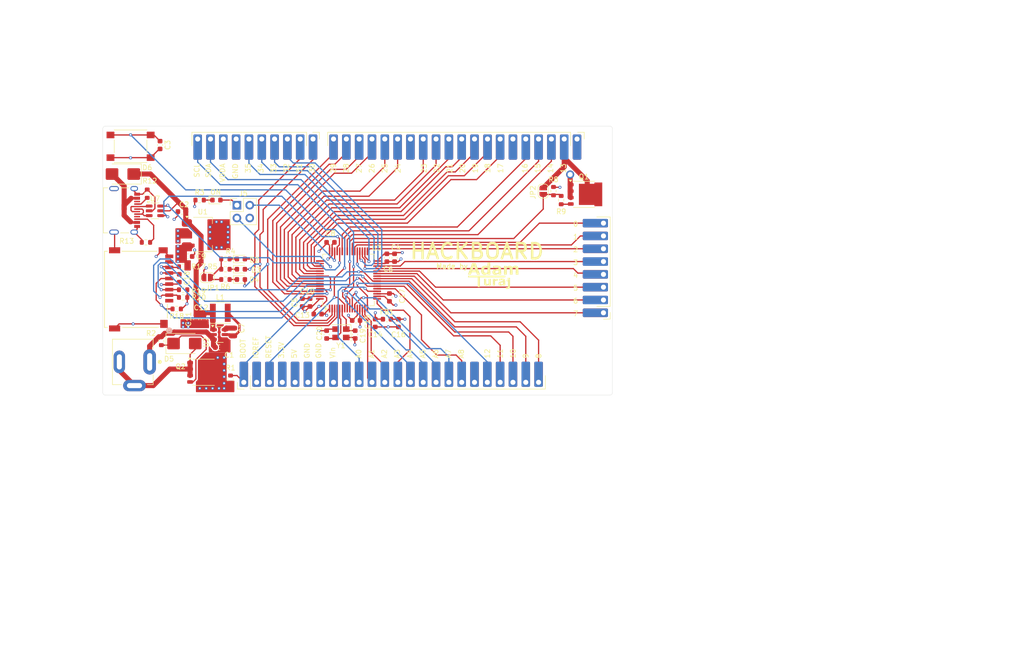
<source format=kicad_pcb>
(kicad_pcb (version 20240108) (generator "pcbnew") (generator_version "8.0")
  (title_block (title "Hackboard") (date "2024-08-05") (rev "v1.0"))
  (layers (0 "F.Cu" signal) (1 "In1.Cu" power) (2 "In2.Cu" power) (31 "B.Cu" signal) (34 "B.Paste" user) (35 "F.Paste" user) (36 "B.SilkS" user "B.Silkscreen") (37 "F.SilkS" user "F.Silkscreen") (38 "B.Mask" user) (39 "F.Mask" user) (44 "Edge.Cuts" user))
  (net 0 "")
  (net 1 "VCC")
  (net 2 "GND")
  (net 3 "+5V")
  (net 4 "RESET")
  (net 5 "+3V3")
  (net 6 "Net-(U2-BST)")
  (net 7 "Net-(U2-SW)")
  (net 8 "VDDA")
  (net 9 "Net-(D1-K)")
  (net 10 "Net-(D2-K)")
  (net 11 "Net-(D3-K)")
  (net 12 "Net-(D4-K)")
  (net 13 "Net-(D6-A)")
  (net 14 "DAC_A8")
  (net 15 "BOOT")
  (net 16 "SD_MISO_11")
  (net 17 "DAC_A0")
  (net 18 "OPAMP_P_A1")
  (net 19 "ANALOG_A7")
  (net 20 "SD_MOSI_10")
  (net 21 "SD_CS_9")
  (net 22 "OPAMP_N_A2")
  (net 23 "ANALOG_A6")
  (net 24 "OPAMP_OUT_A3")
  (net 25 "I2C_SDA_A4")
  (net 26 "I2C_SCL_A5")
  (net 30 "SPI_CS_PWM_32")
  (net 31 "SPI_SCK_35")
  (net 33 "Net-(J6-D+-PadA6)")
  (net 35 "Net-(J6-D--PadA7)")
  (net 36 "Net-(J6-CC2)")
  (net 37 "Net-(J6-CC1)")
  (net 38 "SW_SWCLK")
  (net 39 "SW_SWDIO")
  (net 40 "Net-(JP1-B)")
  (net 41 "Net-(Q1-G)")
  (net 42 "PWM_6")
  (net 43 "PWM_16")
  (net 44 "PWM_2")
  (net 45 "PWM_3")
  (net 46 "PWM_14")
  (net 47 "PWM_1")
  (net 48 "PWM_13")
  (net 49 "PWM_4")
  (net 50 "PWM_15")
  (net 51 "GPIO_8")
  (net 52 "PWM_0")
  (net 53 "PWM_7")
  (net 54 "GPIO_5")
  (net 55 "Net-(U3-PH1)")
  (net 56 "Net-(U3-PH0)")
  (net 57 "Net-(D5-A)")
  (net 58 "Net-(D5-K)")
  (net 60 "GPIO_31")
  (net 61 "GPIO_30")
  (net 62 "SPI_MOSI_34")
  (net 63 "SPI_MISO_33")
  (net 67 "UART_TX_18")
  (net 68 "GPIO_21")
  (net 69 "UART_RX_19")
  (net 70 "PWM_26")
  (net 71 "PWM_17")
  (net 72 "GPIO_20")
  (net 73 "USB_DM")
  (net 74 "PWM_25")
  (net 75 "USB_DP")
  (net 76 "GPIO_29")
  (net 77 "CAN_RX_27")
  (net 78 "CAN_TX_28")
  (net 79 "PWM_23")
  (net 80 "PWM_24")
  (net 81 "SD_SCK_22")
  (net 82 "PWM_12")
  (net 83 "PWM_13_O")
  (footprint "Capacitor_SMD:C_0603_1608Metric" (layer "F.Cu") (at 151.7 116.84 -90)
    (property "Reference" "C19")
    (property "Value" "10pF")
  )
  (footprint "Headers:PinSocket_1x24_P2.54mm_Vertical" (layer "F.Cu") (at 129.634001 126.314 90)
    (property "Reference" "J1" (hide yes))
    (property "Value" "Conn_01x24")
  )
  (footprint "Package_TO_SOT_SMD:LFPAK56" (layer "F.Cu") (at 121.658 124.326)
    (property "Reference" "Q2")
    (property "Value" "PSMN041")
  )
  (footprint "Resistor_SMD:R_0603_1608Metric" (layer "F.Cu") (at 125.984 105.918 180)
    (property "Reference" "R6")
    (property "Value" "240R")
  )
  (footprint "Capacitor_SMD:C_0603_1608Metric" (layer "F.Cu") (at 117.348 92.456 180)
    (property "Reference" "C2")
    (property "Value" "1uF")
  )
  (footprint "Capacitor_SMD:C_0603_1608Metric" (layer "F.Cu") (at 116.84 105.664 90)
    (property "Reference" "C18")
    (property "Value" "0.1uF")
  )
  (footprint "Resistor_SMD:R_0603_1608Metric" (layer "F.Cu") (at 125.984 101.854 180)
    (property "Reference" "R4")
    (property "Value" "240R")
  )
  (footprint "Oscillator:Oscillator_SMD_Abracon_ASE-4Pin_3.2x2.5mm" (layer "F.Cu") (at 148.878 116.586 180)
    (property "Reference" "Y1")
    (property "Value" "48MHz")
  )
  (footprint "MountingHole:MountingHole_3.2mm_M3" (layer "F.Cu") (at 116.934001 78.054)
    (property "Reference" "H3" (hide yes))
    (property "Value" "MountingHole")
  )
  (footprint "LED_SMD:LED_0603_1608Metric" (layer "F.Cu") (at 129.0575 105.918)
    (property "Reference" "D4")
    (property "Value" "LED")
  )
  (footprint "Capacitor_SMD:C_0603_1608Metric" (layer "F.Cu") (at 127.811 116.332 -90)
    (property "Reference" "C7")
    (property "Value" "0.1uF")
  )
  (footprint "Resistor_SMD:R_0603_1608Metric" (layer "F.Cu") (at 117.602 107.95 180)
    (property "Reference" "R19")
    (property "Value" "50k")
  )
  (footprint "MountingHole:MountingHole_3.2mm_M3" (layer "F.Cu") (at 167.734001 117.094)
    (property "Reference" "H2" (hide yes))
    (property "Value" "MountingHole")
  )
  (footprint "Capacitor_SMD:C_0603_1608Metric" (layer "F.Cu") (at 120.191 113.792 -90)
    (property "Reference" "C11")
    (property "Value" "22uF")
  )
  (footprint "Connector_BarrelJack:CUI_PJ-002AH" (layer "F.Cu") (at 110.9685 122.261 180)
    (property "Reference" "J7" (hide yes))
    (property "Value" "Barrel_Jack_Switch")
  )
  (footprint "Resistor_SMD:R_0603_1608Metric" (layer "F.Cu") (at 192.532 90.17 90)
    (property "Reference" "R9")
    (property "Value" "220R")
  )
  (footprint "Capacitor_SMD:C_0603_1608Metric" (layer "F.Cu") (at 146.812 98.552)
    (property "Reference" "C8")
    (property "Value" "0.1uF")
  )
  (footprint "Capacitor_SMD:C_0603_1608Metric" (layer "F.Cu") (at 151.892 114.046)
    (property "Reference" "C15")
    (property "Value" "1uF")
  )
  (footprint "Capacitor_SMD:C_0603_1608Metric" (layer "F.Cu") (at 142.748 110.49 90)
    (property "Reference" "C10")
    (property "Value" "0.1uF")
  )
  (footprint "Resistor_SMD:R_0603_1608Metric" (layer "F.Cu") (at 117.602 103.378 180)
    (property "Reference" "R17")
    (property "Value" "50k")
  )
  (footprint "Package_TO_SOT_SMD:TSOT-23-6" (layer "F.Cu") (at 124.763 116.84)
    (property "Reference" "U2")
    (property "Value" "AP63205WU-7")
  )
  (footprint "Connector_Card:CONN9_MSD-1_CUD" (layer "F.Cu") (at 107.103102 107.8753 -90)
    (property "Reference" "J2" (hide yes))
    (property "Value" "Micro_SD_Card")
  )
  (footprint "Capacitor_SMD:C_0603_1608Metric" (layer "F.Cu") (at 113.03 79.248 -90)
    (property "Reference" "C3")
    (property "Value" "0.1uF")
  )
  (footprint "Resistor_SMD:R_0603_1608Metric" (layer "F.Cu") (at 117.602 109.474 180)
    (property "Reference" "R20")
    (property "Value" "50k")
  )
  (footprint "Resistor_SMD:R_0603_1608Metric" (layer "F.Cu") (at 120.874 90.17 180)
    (property "Reference" "R3")
    (property "Value" "240R")
  )
  (footprint "Resistor_SMD:R_0603_1608Metric" (layer "F.Cu") (at 116.332 111.76 180)
    (property "Reference" "R18")
    (property "Value" "50k")
  )
  (footprint "Capacitor_SMD:C_0603_1608Metric" (layer "F.Cu") (at 159.512 101.6 -90)
    (property "Reference" "C4")
    (property "Value" "1uF")
  )
  (footprint "LED_SMD:LED_0603_1608Metric" (layer "F.Cu") (at 124.206 90.17)
    (property "Reference" "D1" (hide yes))
    (property "Value" "LED")
  )
  (footprint "Resistor_SMD:R_0603_1608Metric" (layer "F.Cu") (at 125.984 103.886 180)
    (property "Reference" "R5")
    (property "Value" "240R")
  )
  (footprint "Headers:PinSocket_1x20_P2.54mm_Vertical" (layer "F.Cu") (at 195.674001 78.054 -90)
    (property "Reference" "J8" (hide yes))
    (property "Value" "Conn_01x20")
  )
  (footprint "Inductor_SMD:L_Vishay_IFSC-1515AH_4x4x1.8mm" (layer "F.Cu") (at 124.968 112.522 180)
    (property "Reference" "L1")
    (property "Value" "2.2uH")
  )
  (footprint "Capacitor_SMD:C_0603_1608Metric" (layer "F.Cu") (at 144.272 112.776 180)
    (property "Reference" "C13")
    (property "Value" "0.1uF")
  )
  (footprint "Package_TO_SOT_SMD:SOT-23-6" (layer "F.Cu") (at 112.014 92.3)
    (property "Reference" "U7")
    (property "Value" "USBLC6-2SC6")
  )
  (footprint "Inductor_SMD:L_0603_1608Metric" (layer "F.Cu") (at 157.988 113.792)
    (property "Reference" "FB1")
    (property "Value" "600R@100MHz")
  )
  (footprint "Connector_USB:USB_C_Receptacle_Amphenol_GSB1C4" (layer "F.Cu") (at 103.912 92.202 -90)
    (property "Reference" "J6" (hide yes))
    (property "Value" "USB_C_Receptacle_USB2.0_16P")
  )
  (footprint "Capacitor_SMD:C_0603_1608Metric" (layer "F.Cu") (at 141.224 110.49 90)
    (property "Reference" "C5")
    (property "Value" "1uF")
  )
  (footprint "Resistor_SMD:R_0603_1608Metric" (layer "F.Cu") (at 110.49 88.9 90)
    (property "Reference" "R12")
    (property "Value" "5k1")
  )
  (footprint "Package_QFP:LQFP-64_10x10mm_P0.5mm" (layer "F.Cu") (at 150.38 106.005 90)
    (property "Reference" "U3")
    (property "Value" "STM32L476RGT6")
  )
  (footprint "Resistor_SMD:R_0603_1608Metric" (layer "F.Cu") (at 110.236 98.552 180)
    (property "Reference" "R13")
    (property "Value" "5k1")
  )
  (footprint "Capacitor_SMD:C_0603_1608Metric" (layer "F.Cu") (at 124.763 119.38)
    (property "Reference" "C1")
    (property "Value" "10uF")
  )
  (footprint "MountingHole:MountingHole_3.2mm_M3" (layer "F.Cu") (at 115.664001 126.314)
    (property "Reference" "H4" (hide yes))
    (property "Value" "MountingHole")
  )
  (footprint "LED_SMD:LED_0603_1608Metric" (layer "F.Cu") (at 129.0575 103.886)
    (property "Reference" "D3")
    (property "Value" "LED")
  )
  (footprint "Capacitor_SMD:C_0603_1608Metric" (layer "F.Cu") (at 121.715 113.792 -90)
    (property "Reference" "C12")
    (property "Value" "22uF")
  )
  (footprint "Capacitor_SMD:C_0603_1608Metric" (layer "F.Cu") (at 160.274 114.567 90)
    (property "Reference" "C16")
    (property "Value" "1uF")
  )
  (footprint "Headers:PinSocket_1x08_P2.54mm_Vertical" (layer "F.Cu") (at 200.914 112.522 180)
    (property "Reference" "J4" (hide yes))
    (property "Value" "Conn_01x08")
  )
  (footprint "Diode_SMD:D_SMB" (layer "F.Cu") (at 105.664 85 180)
    (property "Reference" "D6")
    (property "Value" "D_Schottky")
  )
  (footprint "Connector_PinHeader_2.54mm:PinHeader_2x02_P2.54mm_Vertical" (layer "F.Cu") (at 128.265 91.181)
    (property "Reference" "J5")
    (property "Value" "Conn_02x02_Counter_Clockwise")
  )
  (footprint "Capacitor_SMD:C_0603_1608Metric" (layer "F.Cu") (at 146.05 116.84 90)
    (property "Reference" "C20")
    (property "Value" "10pF")
  )
  (footprint "Diode_SMD:D_SMB" (layer "F.Cu") (at 117.856 118.618)
    (property "Reference" "D5")
    (property "Value" "D_Schottky")
  )
  (footprint "Jumper:SolderJumper-2_P1.3mm_Open_RoundedPad1.0x1.5mm" (layer "F.Cu") (at 188.976 88.392 90)
    (property "Reference" "JP2")
    (property "Value" "Jumper_2_Bridged")
  )
  (footprint "Resistor_SMD:R_0603_1608Metric" (layer "F.Cu") (at 113.284 118.11 90)
    (property "Reference" "R2")
    (property "Value" "100k")
  )
  (footprint "Capacitor_SMD:C_0603_1608Metric" (layer "F.Cu") (at 157.988 101.6 -90)
    (property "Reference" "C6")
    (property "Value" "0.1uF")
  )
  (footprint "Resistor_SMD:R_0603_1608Metric" (layer "F.Cu") (at 127 125.793 -90)
    (property "Reference" "R1")
    (property "Value" "10k")
  )
  (footprint "Capacitor_SMD:C_0603_1608Metric" (layer "F.Cu") (at 158.496 109.474 -90)
    (property "Reference" "C17")
    (property "Value" "0.1uF")
  )
  (footprint "LED_SMD:LED_0603_1608Metric" (layer "F.Cu") (at 129.0575 101.854)
    (property "Reference" "D2")
    (property "Value" "LED")
  )
  (footprint "Button_Switch_SMD:SW_SPST_PTS645" (layer "F.Cu") (at 107.188 79.502 180)
    (property "Reference" "SW1" (hide yes))
    (property "Value" "SW_SPST")
  )
  (footprint "Capacitor_SMD:C_0603_1608Metric" (layer "F.Cu") (at 118.618 101.346 180)
    (property "Reference" "C9")
    (property "Value" "4.7uF")
  )
  (footprint "MountingHole:MountingHole_3.2mm_M3" (layer "F.Cu") (at 167.734001 93.294)
    (property "Reference" "H1" (hide yes))
    (property "Value" "MountingHole")
  )
  (footprint "Headers:PinSocket_1x10_P2.54mm_Vertical" (layer "F.Cu") (at 143.350001 78.054 -90)
    (property "Reference" "J3" (hide yes))
    (property "Value" "Conn_01x10")
  )
  (footprint "Package_TO_SOT_SMD:LFPAK56" (layer "F.Cu") (at 197.096 89.034)
    (property "Reference" "Q1")
    (property "Value" "PSMN041")
  )
  (footprint "Package_TO_SOT_SMD:SOT-223-3_TabPin2" (layer "F.Cu") (at 121.5 97)
    (property "Reference" "U1")
    (property "Value" "AP7361C-33E")
  )
  (footprint "Jumper:SolderJumper-2_P1.3mm_Open_RoundedPad1.0x1.5mm" (layer "F.Cu") (at 122.364 105.532)
    (property "Reference" "JP1")
    (property "Value" "Jumper_2_Bridged")
  )
  (footprint "Capacitor_SMD:C_0603_1608Metric" (layer "F.Cu") (at 155.6765 114.554 90)
    (property "Reference" "C14")
    (property "Value" "10nF")
  )
  (footprint "Symbol:logo" (layer "F.Cu") (at 179.07 105.156)
    (property "Reference" "G***" (hide yes))
    (property "Value" "LOGO" (hide yes))
  )
  (footprint "Resistor_SMD:R_0603_1608Metric" (layer "F.Cu") (at 191.008 88.392 90)
    (property "Reference" "R8")
    (property "Value" "10k")
  )
  (gr_arc (start 101.694001 76.014) (mid 101.840448 75.660447) (end 102.194001 75.514) (stroke (width 0.05)) (layer "Edge.Cuts"))
  (gr_line (start 102.194001 128.854) (end 202.192 128.854) (stroke (width 0.05)) (layer "Edge.Cuts"))
  (gr_line (start 102.194001 75.514) (end 202.192 75.514) (stroke (width 0.05)) (layer "Edge.Cuts"))
  (gr_arc (start 102.194001 128.854) (mid 101.840448 128.707553) (end 101.694001 128.354) (stroke (width 0.05)) (layer "Edge.Cuts"))
  (gr_arc (start 202.192 75.514) (mid 202.545553 75.660447) (end 202.692 76.014) (stroke (width 0.05)) (layer "Edge.Cuts"))
  (gr_arc (start 202.692 128.354) (mid 202.545553 128.707553) (end 202.192 128.854) (stroke (width 0.05)) (layer "Edge.Cuts"))
  (gr_line (start 101.694001 128.354) (end 101.694001 76.014) (stroke (width 0.05)) (layer "Edge.Cuts"))
  (gr_line (start 202.692 76.014) (end 202.692 128.354) (stroke (width 0.05)) (layer "Edge.Cuts"))
  (gr_text "SCL" (at 120.92 82.804 90) (layer "F.SilkS") (effects (font (size 1 1)) (justify right bottom)))
  (gr_text "VDDA" (at 126 82.804 90) (layer "F.SilkS") (effects (font (size 1 1)) (justify right bottom)))
  (gr_text "2" (at 194.818 100.584 0) (layer "F.SilkS") (effects (font (size 1 1)) (justify left bottom)))
  (gr_text "34" (at 133.604 82.804 90) (layer "F.SilkS") (effects (font (size 1 1)) (justify right bottom)))
  (gr_text "9" (at 186.12 121.666 90) (layer "F.SilkS") (effects (font (size 1 1)) (justify left bottom)))
  (gr_text "RESET" (at 135.128 121.666 90) (layer "F.SilkS") (effects (font (size 1 1)) (justify left bottom)))
  (gr_text "16" (at 185.928 82.804 90) (layer "F.SilkS") (effects (font (size 1 1)) (justify right bottom)))
  (gr_text "24" (at 160.782 82.804 90) (layer "F.SilkS") (effects (font (size 1 1)) (justify right bottom)))
  (gr_text "14" (at 191.008 82.804 90) (layer "F.SilkS") (effects (font (size 1 1)) (justify right bottom)))
  (gr_text "11" (at 181.04 121.666 90) (layer "F.SilkS") (effects (font (size 1 1)) (justify left bottom)))
  (gr_text "A0" (at 153 121.666 90) (layer "F.SilkS") (effects (font (size 1 1)) (justify left bottom)))
  (gr_text "BOOT" (at 130.048 121.666 90) (layer "F.SilkS") (effects (font (size 1 1)) (justify left bottom)))
  (gr_text "19" (at 176.104 82.804 90) (layer "F.SilkS") (effects (font (size 1 1)) (justify right bottom)))
  (gr_text "3" (at 194.818 103.124 0) (layer "F.SilkS") (effects (font (size 1 1)) (justify left bottom)))
  (gr_text "17" (at 181.102 82.804 90) (layer "F.SilkS") (effects (font (size 1 1)) (justify right bottom)))
  (gr_text "25" (at 158.144 82.804 90) (layer "F.SilkS") (effects (font (size 1 1)) (justify right bottom)))
  (gr_text "A8" (at 173.32 121.666 90) (layer "F.SilkS") (effects (font (size 1 1)) (justify left bottom)))
  (gr_text "23" (at 165.944 82.804 90) (layer "F.SilkS") (effects (font (size 1 1)) (justify right bottom)))
  (gr_text "13" (at 193.548 82.804 90) (layer "F.SilkS") (effects (font (size 1 1)) (justify right bottom)))
  (gr_text "ON" (at 122.9105 89.154 0) (layer "F.SilkS") (effects (font (size 1 1)) (justify left bottom)))
  (gr_text "A7" (at 170.78 121.666 90) (layer "F.SilkS") (effects (font (size 1 1)) (justify left bottom)))
  (gr_text "GND" (at 142.748 121.666 90) (layer "F.SilkS") (effects (font (size 1 1)) (justify left bottom)))
  (gr_text "22" (at 168.484 82.804 90) (layer "F.SilkS") (effects (font (size 1 1)) (justify right bottom)))
  (gr_text "A1" (at 155.54 121.666 90) (layer "F.SilkS") (effects (font (size 1 1)) (justify left bottom)))
  (gr_text "8" (at 188.66 121.666 90) (layer "F.SilkS") (effects (font (size 1 1)) (justify left bottom)))
  (gr_text "30" (at 143.764 82.804 90) (layer "F.SilkS") (effects (font (size 1 1)) (justify right bottom)))
  (gr_text "Made by" (at 167.64 103.886 0) (layer "F.SilkS") (effects (font (size 1 1) (thickness 0.2) (bold yes)) (justify left bottom)))
  (gr_text "12" (at 178.5 121.666 90) (layer "F.SilkS") (effects (font (size 1 1)) (justify left bottom)))
  (gr_text "A6" (at 168.24 121.666 90) (layer "F.SilkS") (effects (font (size 1 1)) (justify left bottom)))
  (gr_text "GND" (at 145.034 121.666 90) (layer "F.SilkS") (effects (font (size 1 1)) (justify left bottom)))
  (gr_text "10" (at 183.58 121.666 90) (layer "F.SilkS") (effects (font (size 1 1)) (justify left bottom)))
  (gr_text "5V" (at 140.208 121.666 90) (layer "F.SilkS") (effects (font (size 1 1)) (justify left bottom)))
  (gr_text "21" (at 171.024 82.804 90) (layer "F.SilkS") (effects (font (size 1 1)) (justify right bottom)))
  (gr_text "32" (at 138.684 82.804 90) (layer "F.SilkS") (effects (font (size 1 1)) (justify right bottom)))
  (gr_text "28" (at 150.524 82.804 90) (layer "F.SilkS") (effects (font (size 1 1)) (justify right bottom)))
  (gr_text "A2" (at 158.08 121.666 90) (layer "F.SilkS") (effects (font (size 1 1)) (justify left bottom)))
  (gr_text "4" (at 194.818 105.664 0) (layer "F.SilkS") (effects (font (size 1 1)) (justify left bottom)))
  (gr_text "1" (at 194.818 98.044 0) (layer "F.SilkS") (effects (font (size 1 1)) (justify left bottom)))
  (gr_text "5" (at 194.818 108.204 0) (layer "F.SilkS") (effects (font (size 1 1)) (justify left bottom)))
  (gr_text "IOREF" (at 132.588 121.666 90) (layer "F.SilkS") (effects (font (size 1 1)) (justify left bottom)))
  (gr_text "Vin" (at 147.828 121.666 90) (layer "F.SilkS") (effects (font (size 1 1)) (justify left bottom)))
  (gr_text "27" (at 153.064 82.804 90) (layer "F.SilkS") (effects (font (size 1 1)) (justify right bottom)))
  (gr_text "33" (at 136.144 82.804 90) (layer "F.SilkS") (effects (font (size 1 1)) (justify right bottom)))
  (gr_text "0" (at 194.818 95.504 0) (layer "F.SilkS") (effects (font (size 1 1)) (justify left bottom)))
  (gr_text "6" (at 194.818 110.744 0) (layer "F.SilkS") (effects (font (size 1 1)) (justify left bottom)))
  (gr_text "GND" (at 128.54 82.804 90) (layer "F.SilkS") (effects (font (size 1 1)) (justify right bottom)))
  (gr_text "3.3V" (at 137.668 121.666 90) (layer "F.SilkS") (effects (font (size 1 1)) (justify left bottom)))
  (gr_text "A4" (at 163.16 121.666 90) (layer "F.SilkS") (effects (font (size 1 1)) (justify left bottom)))
  (gr_text "31" (at 141.224 82.804 90) (layer "F.SilkS") (effects (font (size 1 1)) (justify right bottom)))
  (gr_text "HACKBOARD" (at 162.306 102.108 0) (layer "F.SilkS") (effects (font (size 3 3) (thickness 0.5) (bold yes)) (justify left bottom)))
  (gr_text "29" (at 147.984 82.804 90) (layer "F.SilkS") (effects (font (size 1 1)) (justify right bottom)))
  (gr_text "26" (at 155.604 82.804 90) (layer "F.SilkS") (effects (font (size 1 1)) (justify right bottom)))
  (gr_text "A3" (at 160.62 121.666 90) (layer "F.SilkS") (effects (font (size 1 1)) (justify left bottom)))
  (gr_text "20" (at 173.564 82.804 90) (layer "F.SilkS") (effects (font (size 1 1)) (justify right bottom)))
  (gr_text "18" (at 178.546 82.804 90) (layer "F.SilkS") (effects (font (size 1 1)) (justify right bottom)))
  (gr_text "SDA" (at 123.206 82.804 90) (layer "F.SilkS") (effects (font (size 1 1)) (justify right bottom)))
  (gr_text "7" (at 194.818 113.284 0) (layer "F.SilkS") (effects (font (size 1 1)) (justify left bottom)))
  (gr_text "15" (at 188.468 82.804 90) (layer "F.SilkS") (effects (font (size 1 1)) (justify right bottom)))
  (gr_text "35" (at 131.064 82.804 90) (layer "F.SilkS") (effects (font (size 1 1)) (justify right bottom)))
  (gr_text "A5" (at 165.7 121.666 90) (layer "F.SilkS") (effects (font (size 1 1)) (justify left bottom)))
  (segment (start 123.6255 117.758738) (end 123.6255 119.0175) (width 1) (layer "F.Cu") (net 1))
  (segment (start 110.9685 122.261) (end 110.9685 119.1255) (width 1) (layer "F.Cu") (net 1))
  (segment (start 112.809 117.285) (end 113.284 117.285) (width 1) (layer "F.Cu") (net 1))
  (segment (start 194.31 85.09) (end 194.31 89.558) (width 1) (layer "F.Cu") (net 1))
  (segment (start 113.284 117.285) (end 113.983 116.586) (width 1) (layer "F.Cu") (net 1))
  (segment (start 122.198762 116.332) (end 123.6255 117.758738) (width 1) (layer "F.Cu") (net 1))
  (segment (start 123.6255 119.0175) (end 123.988 119.38) (width 1) (layer "F.Cu") (net 1))
  (segment (start 115.57 116.586) (end 115.824 116.332) (width 1) (layer "F.Cu") (net 1))
  (segment (start 115.824 116.332) (end 122.198762 116.332) (width 1) (layer "F.Cu") (net 1))
  (segment (start 123.968 119.4) (end 123.988 119.38) (width 1) (layer "F.Cu") (net 1))
  (segment (start 110.9685 119.1255) (end 112.809 117.285) (width 1) (layer "F.Cu") (net 1))
  (segment (start 194.31 89.558) (end 194.426 89.674) (width 1) (layer "F.Cu") (net 1))
  (segment (start 113.983 116.586) (end 115.57 116.586) (width 1) (layer "F.Cu") (net 1))
  (via (at 194.31 85.09) (size 1.6) (drill 1) (layers "F.Cu" "B.Cu") (net 1))
  (segment (start 144.526 116.078) (end 146.037 116.078) (width 0.25) (layer "F.Cu") (net 2))
  (segment (start 112.014 89.599) (end 110.49 88.075) (width 0.25) (layer "F.Cu") (net 2))
  (segment (start 146.037 116.078) (end 146.05 116.065) (width 0.25) (layer "F.Cu") (net 2))
  (segment (start 146.448764 101.854) (end 146.304 101.854) (width 0.25) (layer "F.Cu") (net 2))
  (segment (start 113.804098 114.725384) (end 104.926164 114.725384) (width 0.25) (layer "F.Cu") (net 2))
  (segment (start 107.152 81.752) (end 107.188 81.788) (width 0.25) (layer "F.Cu") (net 2))
  (segment (start 158.496 110.249) (end 157.502 109.255) (width 0.25) (layer "F.Cu") (net 2))
  (segment (start 150.368 113.03) (end 150.368 113.297) (width 0.25) (layer "F.Cu") (net 2))
  (segment (start 157.608 102.755) (end 157.988 102.375) (width 0.25) (layer "F.Cu") (net 2))
  (segment (start 121.714 104.092) (end 122.174 103.632) (width 0.25) (layer "F.Cu") (net 2))
  (segment (start 151.496 117.411) (end 151.7 117.615) (width 0.25) (layer "F.Cu") (net 2))
  (segment (start 109.411 98.021) (end 107.912 96.522) (width 0.25) (layer "F.Cu") (net 2))
  (segment (start 108.487 95.947) (end 107.912 96.522) (width 0.25) (layer "F.Cu") (net 2))
  (segment (start 147.13 101.172764) (end 146.448764 101.854) (width 0.25) (layer "F.Cu") (net 2))
  (segment (start 110.8765 92.3) (end 111.538999 92.3) (width 0.25) (layer "F.Cu") (net 2))
  (segment (start 108.487 95.402) (end 108.487 95.947) (width 0.25) (layer "F.Cu") (net 2))
  (segment (start 160.261 102.375) (end 160.782 101.854) (width 0.25) (layer "F.Cu") (net 2))
  (segment (start 114.854801 104.625291) (end 116.576291 104.625291) (width 0.25) (layer "F.Cu") (net 2))
  (segment (start 119.888 91.44) (end 119.888 90.331) (width 0.25) (layer "F.Cu") (net 2))
  (segment (start 158.242 115.316) (end 160.248 115.316) (width 0.25) (layer "F.Cu") (net 2))
  (segment (start 141.224 109.715) (end 142.748 109.715) (width 0.25) (layer "F.Cu") (net 2))
  (segment (start 151.638 117.677) (end 151.638 118.872) (width 0.25) (layer "F.Cu") (net 2))
  (segment (start 147.13 99.009) (end 147.587 98.552) (width 0.25) (layer "F.Cu") (net 2))
  (segment (start 158.242 115.316) (end 158.229 115.329) (width 0.25) (layer "F.Cu") (net 2))
  (segment (start 144.919382 111.252) (end 144.526 111.252) (width 0.25) (layer "F.Cu") (net 2))
  (segment (start 143.208 109.255) (end 144.705 109.255) (width 0.25) (layer "F.Cu") (net 2))
  (segment (start 116.573 92.456) (end 116.573 93.231) (width 0.25) (layer "F.Cu") (net 2))
  (segment (start 159.766 110.998) (end 159.245 110.998) (width 0.25) (layer "F.Cu") (net 2))
  (segment (start 109.563 89.002) (end 110.49 88.075) (width 0.25) (layer "F.Cu") (net 2))
  (segment (start 106.934 81.752) (end 107.152 81.752) (width 0.25) (layer "F.Cu") (net 2))
  (segment (start 151.117 114.046) (end 152.13 113.033) (width 0.25) (layer "F.Cu") (net 2))
  (segment (start 113.03 80.023) (end 112.897 80.023) (width 0.25) (layer "F.Cu") (net 2))
  (segment (start 146.05 110.121382) (end 144.919382 111.252) (width 0.25) (layer "F.Cu") (net 2))
  (segment (start 146.05 109.536884) (end 146.05 110.121382) (width 0.25) (layer "F.Cu") (net 2))
  (segment (start 156.055 102.755) (end 157.608 102.755) (width 0.25) (layer "F.Cu") (net 2))
  (segment (start 111.168 81.752) (end 106.934 81.752) (width 0.25) (layer "F.Cu") (net 2))
  (segment (start 107.912 87.882) (end 107.912 88.427) (width 0.25) (layer "F.Cu") (net 2))
  (segment (start 159.512 102.375) (end 160.261 102.375) (width 0.25) (layer "F.Cu") (net 2))
  (segment (start 113.653406 100.128398) (end 113.657909 100.128398) (width 0.25) (layer "F.Cu") (net 2))
  (segment (start 104.026248 100.1253) (end 104.026248 96.636248) (width 0.25) (layer "F.Cu") (net 2))
  (segment (start 152.13 113.033) (end 152.13 111.68) (width 0.25) (layer "F.Cu") (net 2))
  (segment (start 158.229 115.329) (end 155.6765 115.329) (width 0.25) (layer "F.Cu") (net 2))
  (segment (start 142.748 109.715) (end 143.208 109.255) (width 0.25) (layer "F.Cu") (net 2))
  (segment (start 109.411 98.552) (end 109.411 98.021) (width 0.25) (layer "F.Cu") (net 2))
  (segment (start 144.705 109.255) (end 145.768116 109.255) (width 0.25) (layer "F.Cu") (net 2))
  (segment (start 113.657909 100.128398) (end 114.854801 101.32529) (width 0.25) (layer "F.Cu") (net 2))
  (segment (start 111.538999 92.3) (end 112.014 91.824999) (width 0.25) (layer "F.Cu") (net 2))
  (segment (start 112.014 91.824999) (end 112.014 89.599) (width 0.25) (layer "F.Cu") (net 2))
  (segment (start 147.828 115.761) (end 146.354 115.761) (width 0.25) (layer "F.Cu") (net 2))
  (segment (start 147.524 116.065) (end 147.828 115.761) (width 0.2) (layer "F.Cu") (net 2))
  (segment (start 143.497 112.776) (end 143.497 112.281) (width 0.25) (layer "F.Cu") (net 2))
  (segment (start 108.487 89.002) (end 109.563 89.002) (width 0.25) (layer "F.Cu") (net 2))
  (segment (start 116.576291 104.625291) (end 116.84 104.889) (width 0.25) (layer "F.Cu") (net 2))
  (segment (start 143.497 112.281) (end 144.526 111.252) (width 0.25) (layer "F.Cu") (net 2))
  (segment (start 119.888 100.851) (end 119.393 101.346) (width 0.25) (layer "F.Cu") (net 2))
  (segment (start 191.071 87.63) (end 191.008 87.567) (width 0.25) (layer "F.Cu") (net 2))
  (segment (start 114.854801 104.625291) (end 113.306709 104.625291) (width 0.25) (layer "F.Cu") (net 2))
  (segment (start 147.13 100.33) (end 147.13 99.009) (width 0.25) (layer "F.Cu") (net 2))
  (segment (start 151.7 117.615) (end 151.638 117.677) (width 0.25) (layer "F.Cu") (net 2))
  (segment (start 113.306709 104.625291) (end 113.284 104.648) (width 0.25) (layer "F.Cu") (net 2))
  (segment (start 150.368 113.297) (end 151.117 114.046) (width 0.25) (layer "F.Cu") (net 2))
  (segment (start 103.208 81.752) (end 106.934 81.752) (width 0.25) (layer "F.Cu") (net 2))
  (segment (start 104.926164 114.725384) (end 104.026248 115.6253) (width 0.25) (layer "F.Cu") (net 2))
  (segment (start 113.653406 100.128398) (end 113.485602 100.128398) (width 0.25) (layer "F.Cu") (net 2))
  (segment (start 107.912 88.427) (end 108.487 89.002) (width 0.25) (layer "F.Cu") (net 2))
  (segment (start 146.354 115.761) (end 146.05 116.065) (width 0.25) (layer "F.Cu") (net 2))
  (segment (start 149.928 117.411) (end 151.496 117.411) (width 0.25) (layer "F.Cu") (net 2))
  (segment (start 116.573 93.231) (end 115.824 93.98) (width 0.25) (layer "F.Cu") (net 2))
  (segment (start 157.502 109.255) (end 156.055 109.255) (width 0.25) (layer "F.Cu") (net 2))
  (segment (start 159.245 110.998) (end 158.496 110.249) (width 0.25) (layer "F.Cu") (net 2))
  (segment (start 160.248 115.316) (end 160.274 115.342) (width 0.25) (layer "F.Cu") (net 2))
  (segment (start 113.485602 100.128398) (end 112.268 101.346) (width 0.25) (layer "F.Cu") (net 2))
  (segment (start 121.714 105.532) (end 121.714 104.092) (width 0.25) (layer "F.Cu") (net 2))
  (segment (start 104.026248 96.636248) (end 103.912 96.522) (width 0.25) (layer "F.Cu") (net 2))
  (segment (start 157.988 102.375) (end 159.512 102.375) (width 0.25) (layer "F.Cu") (net 2))
  (segment (start 119.888 100.076) (end 119.888 100.851) (width 0.25) (layer "F.Cu") (net 2))
  (segment (start 192.278 87.63) (end 191.071 87.63) (width 0.25) (layer "F.Cu") (net 2))
  (segment (start 147.13 100.33) (end 147.13 101.172764) (width 0.25) (layer "F.Cu") (net 2))
  (segment (start 145.768116 109.255) (end 146.05 109.536884) (width 0.25) (layer "F.Cu") (net 2))
  (segment (start 112.897 80.023) (end 111.168 81.752) (width 0.25) (layer "F.Cu") (net 2))
  (segment (start 119.888 90.331) (end 120.049 90.17) (width 0.25) (layer "F.Cu") (net 2))
  (via (at 124.46 121.412) (size 0.6) (drill 0.3) (layers "F.Cu" "B.Cu") (net 2))
  (via (at 125.73 125.222) (size 0.6) (drill 0.3) (layers "F.Cu" "B.Cu") (net 2))
  (via (at 125.222 99.568) (size 0.6) (drill 0.3) (layers "F.Cu" "B.Cu") (net 2))
  (via (at 124.714 127.508) (size 0.6) (drill 0.3) (layers "F.Cu" "B.Cu") (net 2))
  (via (at 122.936 96.52) (size 0.6) (drill 0.3) (layers "F.Cu" "B.Cu") (net 2))
  (via (at 119.888 100.076) (size 0.6) (drill 0.3) (layers "F.Cu" "B.Cu") (net 2))
  (via (at 125.73 123.952) (size 0.6) (drill 0.3) (layers "F.Cu" "B.Cu") (net 2))
  (via (at 122.936 97.79) (size 0.6) (drill 0.3) (layers "F.Cu" "B.Cu") (net 2))
  (via (at 122.936 95.504) (size 0.6) (drill 0.3) (layers "F.Cu" "B.Cu") (net 2))
  (via (at 113.284 104.648) (size 0.6) (drill 0.3) (layers "F.Cu" "B.Cu") (net 2))
  (via (at 158.242 115.316) (size 0.6) (drill 0.3) (layers "F.Cu" "B.Cu") (net 2))
  (via (at 116.586 98.298) (size 0.6) (drill 0.3) (layers "F.Cu" "B.Cu") (net 2))
  (via (at 160.782 101.854) (size 0.6) (drill 0.3) (layers "F.Cu" "B.Cu") (net 2))
  (via (at 126.492 98.552) (size 0.6) (drill 0.3) (layers "F.Cu" "B.Cu") (net 2))
  (via (at 118.618 115.316) (size 0.6) (drill 0.3) (layers "F.Cu" "B.Cu") (net 2))
  (via (at 115.824 93.98) (size 0.6) (drill 0.3) (layers "F.Cu" "B.Cu") (net 2))
  (via (at 125.222 94.488) (size 0.6) (drill 0.3) (layers "F.Cu" "B.Cu") (net 2))
  (via (at 120.904 127.508) (size 0.6) (drill 0.3) (layers "F.Cu" "B.Cu") (net 2))
  (via (at 119.888 91.44) (size 0.6) (drill 0.3) (layers "F.Cu" "B.Cu") (net 2))
  (via (at 144.526 111.252) (size 0.6) (drill 0.3) (layers "F.Cu" "B.Cu") (net 2))
  (via (at 116.586 97.282) (size 0.6) (drill 0.3) (layers "F.Cu" "B.Cu") (net 2))
  (via (at 150.368 113.03) (size 0.6) (drill 0.3) (layers "F.Cu" "B.Cu") (net 2))
  (via (at 125.73 127.508) (size 0.6) (drill 0.3) (layers "F.Cu" "B.Cu") (net 2))
  (via (at 151.638 118.872) (size 0.6) (drill 0.3) (layers "F.Cu" "B.Cu") (net 2))
  (via (at 107.188 81.788) (size 0.6) (drill 0.3) (layers "F.Cu" "B.Cu") (net 2))
  (via (at 192.278 87.63) (size 0.6) (drill 0.3) (layers "F.Cu" "B.Cu") (net 2))
  (via (at 126.492 97.536) (size 0.6) (drill 0.3) (layers "F.Cu" "B.Cu") (net 2))
  (via (at 125.73 122.682) (size 0.6) (drill 0.3) (layers "F.Cu" "B.Cu") (net 2))
  (via (at 116.586 96.266) (size 0.6) (drill 0.3) (layers "F.Cu" "B.Cu") (net 2))
  (via (at 112.268 101.346) (size 0.6) (drill 0.3) (layers "F.Cu" "B.Cu") (net 2))
  (via (at 125.73 121.412) (size 0.6) (drill 0.3) (layers "F.Cu" "B.Cu") (net 2))
  (via (at 124.206 99.568) (size 0.6) (drill 0.3) (layers "F.Cu" "B.Cu") (net 2))
  (via (at 144.526 116.078) (size 0.6) (drill 0.3) (layers "F.Cu" "B.Cu") (net 2))
  (via (at 122.174 127.508) (size 0.6) (drill 0.3) (layers "F.Cu" "B.Cu") (net 2))
  (via (at 124.206 94.488) (size 0.6) (drill 0.3) (layers "F.Cu" "B.Cu") (net 2))
  (via (at 126.492 95.504) (size 0.6) (drill 0.3) (layers "F.Cu" "B.Cu") (net 2))
  (via (at 146.304 101.854) (size 0.6) (drill 0.3) (layers "F.Cu" "B.Cu") (net 2))
  (via (at 107.696 114.725384) (size 0.6) (drill 0.3) (layers "F.Cu" "B.Cu") (net 2))
  (via (at 159.766 110.998) (size 0.6) (drill 0.3) (layers "F.Cu" "B.Cu") (net 2))
  (via (at 118.618 114.554) (size 0.6) (drill 0.3) (layers "F.Cu" "B.Cu") (net 2))
  (via (at 125.73 126.492) (size 0.6) (drill 0.3) (layers "F.Cu" "B.Cu") (net 2))
  (via (at 126.492 96.52) (size 0.6) (drill 0.3) (layers "F.Cu" "B.Cu") (net 2))
  (via (at 122.174 103.632) (size 0.6) (drill 0.3) (layers "F.Cu" "B.Cu") (net 2))
  (via (at 123.444 127.508) (size 0.6) (drill 0.3) (layers "F.Cu" "B.Cu") (net 2))
  (via (at 117.602 115.316) (size 0.6) (drill 0.3) (layers "F.Cu" "B.Cu") (net 2))
  (via (at 117.602 114.554) (size 0.6) (drill 0.3) (layers "F.Cu" "B.Cu") (net 2))
  (segment (start 120.191 103.583) (end 121.158 102.616) (width 1) (layer "F.Cu") (net 3))
  (segment (start 118.123 92.456) (end 118.123 94.473) (width 1) (layer "F.Cu") (net 3))
  (segment (start 113.1515 92.3) (end 114.964 92.3) (width 0.25) (layer "F.Cu") (net 3))
  (segment (start 123.493 115.7075) (end 123.6255 115.84) (width 1) (layer "F.Cu") (net 3))
  (segment (start 118.123 94.473) (end 118.35 94.7) (width 1) (layer "F.Cu") (net 3))
  (segment (start 117.084 90.942) (end 118.123 91.981) (width 1) (layer "F.Cu") (net 3))
  (segment (start 120.191 113.017) (end 121.715 113.017) (width 1) (layer "F.Cu") (net 3))
  (segment (start 120.191 113.017) (end 120.191 103.583) (width 1) (layer "F.Cu") (net 3))
  (segment (start 118.123 91.981) (end 118.123 92.456) (width 1) (layer "F.Cu") (net 3))
  (segment (start 107.814 85) (end 111.142 85) (width 1) (layer "F.Cu") (net 3))
  (segment (start 114.964 92.3) (end 116.322 90.942) (width 0.25) (layer "F.Cu") (net 3))
  (segment (start 116.322 90.942) (end 117.084 90.942) (width 0.25) (layer "F.Cu") (net 3))
  (segment (start 121.158 102.616) (end 121.158 97.28772) (width 1) (layer "F.Cu") (net 3))
  (segment (start 121.207 112.522) (end 123.493 112.522) (width 1) (layer "F.Cu") (net 3))
  (segment (start 111.142 85) (end 117.084 90.942) (width 1) (layer "F.Cu") (net 3))
  (segment (start 120.191 111.506) (end 121.207 112.522) (width 1) (layer "F.Cu") (net 3))
  (segment (start 118.57028 94.7) (end 118.35 94.7) (width 1) (layer "F.Cu") (net 3))
  (segment (start 121.158 97.28772) (end 118.57028 94.7) (width 1) (layer "F.Cu") (net 3))
  (segment (start 123.493 112.522) (end 123.493 115.7075) (width 1) (layer "F.Cu") (net 3))
  (segment (start 107.224 77.252) (end 111.168 77.252) (width 0.25) (layer "F.Cu") (net 4))
  (segment (start 147.574 105.664) (end 149.606 103.632) (width 0.25) (layer "F.Cu") (net 4))
  (segment (start 107.188 77.216) (end 107.224 77.252) (width 0.25) (layer "F.Cu") (net 4))
  (segment (start 111.168 77.252) (end 111.809 77.252) (width 0.25) (layer "F.Cu") (net 4))
  (segment (start 103.208 77.252) (end 107.152 77.252) (width 0.25) (layer "F.Cu") (net 4))
  (segment (start 149.63 110.837236) (end 149.63 111.68) (width 0.25) (layer "F.Cu") (net 4))
  (segment (start 147.574 109.474) (end 147.574 105.664) (width 0.25) (layer "F.Cu") (net 4))
  (segment (start 147.574 109.474) (end 148.266764 109.474) (width 0.25) (layer "F.Cu") (net 4))
  (segment (start 111.809 77.252) (end 113.03 78.473) (width 0.25) (layer "F.Cu") (net 4))
  (segment (start 148.266764 109.474) (end 149.63 110.837236) (width 0.25) (layer "F.Cu") (net 4))
  (segment (start 107.152 77.252) (end 107.188 77.216) (width 0.25) (layer "F.Cu") (net 4))
  (via (at 107.188 77.216) (size 0.6) (drill 0.3) (layers "F.Cu" "B.Cu") (net 4))
  (via (at 149.606 103.632) (size 0.6) (drill 0.3) (layers "F.Cu" "B.Cu") (net 4))
  (via (at 147.574 109.474) (size 0.6) (drill 0.3) (layers "F.Cu" "B.Cu") (net 4))
  (segment (start 149.606 97.922116) (end 147.695884 96.012) (width 0.25) (layer "B.Cu") (net 4))
  (segment (start 118.11 88.138) (end 107.188 77.216) (width 0.25) (layer "B.Cu") (net 4))
  (segment (start 147.695884 96.012) (end 145.796 96.012) (width 0.25) (layer "B.Cu") (net 4))
  (segment (start 145.796 96.012) (end 137.922 88.138) (width 0.25) (layer "B.Cu") (net 4))
  (segment (start 134.714001 122.333999) (end 134.714001 126.314) (width 0.25) (layer "B.Cu") (net 4))
  (segment (start 149.606 103.632) (end 149.606 97.922116) (width 0.25) (layer "B.Cu") (net 4))
  (segment (start 147.574 109.474) (end 134.714001 122.333999) (width 0.25) (layer "B.Cu") (net 4))
  (segment (start 137.922 88.138) (end 118.11 88.138) (width 0.25) (layer "B.Cu") (net 4))
  (segment (start 142.748 111.265) (end 142.735 111.265) (width 0.25) (layer "F.Cu") (net 5))
  (segment (start 116.453709 106.825291) (end 114.854801 106.825291) (width 0.25) (layer "F.Cu") (net 5))
  (segment (start 156.08 108.73) (end 156.055 108.755) (width 0.25) (layer "F.Cu") (net 5))
  (segment (start 127.254 90.17) (end 128.265 91.181) (width 0.25) (layer "F.Cu") (net 5))
  (segment (start 113.284 106.934) (end 114.746092 106.934) (width 0.25) (layer "F.Cu") (net 5))
  (segment (start 158.44 108.755) (end 158.496 108.699) (width 0.25) (layer "F.Cu") (net 5))
  (segment (start 145.047 112.776) (end 145.796 112.776) (width 0.25) (layer "F.Cu") (net 5))
  (segment (start 159.753 100.584) (end 159.512 100.825) (width 0.25) (layer "F.Cu") (net 5))
  (segment (start 142.735 111.265) (end 141.732 112.268) (width 0.25) (layer "F.Cu") (net 5))
  (segment (start 157.485 100.825) (end 156.055 102.255) (width 0.25) (layer "F.Cu") (net 5))
  (segment (start 145.796 112.776) (end 146.05 113.03) (width 0.25) (layer "F.Cu") (net 5))
  (segment (start 118.427 107.95) (end 118.427 110.681) (width 0.25) (layer "F.Cu") (net 5))
  (segment (start 141.224 111.265) (end 141.224 111.76) (width 0.25) (layer "F.Cu") (net 5))
  (segment (start 146.63 99.145) (end 146.037 98.552) (width 0.25) (layer "F.Cu") (net 5))
  (segment (start 157.988 100.825) (end 157.485 100.825) (width 0.25) (layer "F.Cu") (net 5))
  (segment (start 161.036 100.584) (end 159.753 100.584) (width 0.25) (layer "F.Cu") (net 5))
  (segment (start 145.047 112.776) (end 145.534 112.776) (width 0.25) (layer "F.Cu") (net 5))
  (segment (start 141.224 111.76) (end 141.732 112.268) (width 0.25) (layer "F.Cu") (net 5))
  (segment (start 117.348 111.76) (end 118.364 110.744) (width 0.25) (layer "F.Cu") (net 5))
  (segment (start 114.746092 106.934) (end 114.854801 106.825291) (width 0.25) (layer "F.Cu") (net 5))
  (segment (start 146.63 100.33) (end 146.63 99.145) (width 0.25) (layer "F.Cu") (net 5))
  (segment (start 146.037 98.819) (end 144.526 100.33) (width 0.25) (layer "F.Cu") (net 5))
  (segment (start 146.037 98.552) (end 146.037 98.819) (width 0.25) (layer "F.Cu") (net 5))
  (segment (start 116.84 106.439) (end 116.453709 106.825291) (width 0.25) (layer "F.Cu") (net 5))
  (segment (start 159.512 100.825) (end 157.988 100.825) (width 0.25) (layer "F.Cu") (net 5))
  (segment (start 143.195 111.265) (end 141.224 111.265) (width 0.25) (layer "F.Cu") (net 5))
  (segment (start 156.055 108.755) (end 158.44 108.755) (width 0.25) (layer "F.Cu") (net 5))
  (segment (start 117.157 111.76) (end 117.348 111.76) (width 0.25) (layer "F.Cu") (net 5))
  (segment (start 145.534 112.776) (end 146.63 111.68) (width 0.25) (layer "F.Cu") (net 5))
  (segment (start 158.496 108.699) (end 159.245 108.699) (width 0.25) (layer "F.Cu") (net 5))
  (segment (start 124.9935 90.17) (end 127.254 90.17) (width 0.25) (layer "F.Cu") (net 5))
  (segment (start 158.7755 113.792) (end 160.274 113.792) (width 0.25) (layer "F.Cu") (net 5))
  (segment (start 160.274 113.792) (end 161.544 113.792) (width 0.25) (layer "F.Cu") (net 5))
  (segment (start 159.245 108.699) (end 159.766 109.22) (width 0.25) (layer "F.Cu") (net 5))
  (segment (start 118.427 110.681) (end 118.364 110.744) (width 0.25) (layer "F.Cu") (net 5))
  (segment (start 144.705 109.755) (end 143.195 111.265) (width 0.25) (layer "F.Cu") (net 5))
  (via (at 141.732 112.268) (size 0.6) (drill 0.3) (layers "F.Cu" "B.Cu") (net 5))
  (via (at 161.036 100.584) (size 0.6) (drill 0.3) (layers "F.Cu" "B.Cu") (net 5))
  (via (at 116.586 100.33) (size 0.6) (drill 0.3) (layers "F.Cu" "B.Cu") (net 5))
  (via (at 116.586 99.314) (size 0.6) (drill 0.3) (layers "F.Cu" "B.Cu") (net 5))
  (via (at 144.526 100.33) (size 0.6) (drill 0.3) (layers "F.Cu" "B.Cu") (net 5))
  (via (at 146.05 113.03) (size 0.6) (drill 0.3) (layers "F.Cu" "B.Cu") (net 5))
  (via (at 113.284 106.934) (size 0.6) (drill 0.3) (layers "F.Cu" "B.Cu") (net 5))
  (via (at 159.766 109.22) (size 0.6) (drill 0.3) (layers "F.Cu" "B.Cu") (net 5))
  (via (at 116.586 101.346) (size 0.6) (drill 0.3) (layers "F.Cu" "B.Cu") (net 5))
  (via (at 118.364 110.744) (size 0.6) (drill 0.3) (layers "F.Cu" "B.Cu") (net 5))
  (via (at 116.586 102.362) (size 0.6) (drill 0.3) (layers "F.Cu" "B.Cu") (net 5))
  (via (at 161.544 113.792) (size 0.6) (drill 0.3) (layers "F.Cu" "B.Cu") (net 5))
  (segment (start 126.1835 115.557) (end 125.9005 115.84) (width 1) (layer "F.Cu") (net 6))
  (segment (start 127.811 115.557) (end 126.1835 115.557) (width 1) (layer "F.Cu") (net 6))
  (segment (start 126.819238 116.84) (end 127.086238 117.107) (width 0.5) (layer "F.Cu") (net 7))
  (segment (start 127.811 117.107) (end 127.086238 117.107) (width 1) (layer "F.Cu") (net 7))
  (segment (start 128.736 114.815) (end 126.443 112.522) (width 0.5) (layer "F.Cu") (net 7))
  (segment (start 125.9005 116.84) (end 126.819238 116.84) (width 0.5) (layer "F.Cu") (net 7))
  (segment (start 127.811 117.107) (end 128.736 116.182) (width 0.5) (layer "F.Cu") (net 7))
  (segment (start 128.736 116.182) (end 128.736 114.815) (width 0.5) (layer "F.Cu") (net 7))
  (segment (start 155.6765 113.779) (end 155.6765 112.5475) (width 0.25) (layer "F.Cu") (net 8))
  (segment (start 155.6765 113.779) (end 157.1875 113.779) (width 0.25) (layer "F.Cu") (net 8))
  (segment (start 157.1875 113.779) (end 157.2005 113.792) (width 0.25) (layer "F.Cu") (net 8))
  (segment (start 152.63 114.009) (end 152.63 111.68) (width 0.25) (layer "F.Cu") (net 8))
  (segment (start 152.667 114.046) (end 152.63 114.009) (width 0.25) (layer "F.Cu") (net 8))
  (segment (start 155.6765 112.5475) (end 155.702 112.522) (width 0.25) (layer "F.Cu") (net 8))
  (segment (start 152.667 115.303) (end 152.667 114.046) (width 0.25) (layer "F.Cu") (net 8))
  (via (at 152.667 115.303) (size 0.6) (drill 0.3) (layers "F.Cu" "B.Cu") (net 8))
  (via (at 155.702 112.522) (size 0.6) (drill 0.3) (layers "F.Cu" "B.Cu") (net 8))
  (segment (start 123.4185 90.17) (end 121.699 90.17) (width 0.25) (layer "F.Cu") (net 9))
  (segment (start 128.27 101.854) (end 126.809 101.854) (width 0.25) (layer "F.Cu") (net 10))
  (segment (start 128.27 103.886) (end 126.809 103.886) (width 0.25) (layer "F.Cu") (net 11))
  (segment (start 128.27 105.918) (end 126.809 105.918) (width 0.25) (layer "F.Cu") (net 12))
  (segment (start 108.487 89.802) (end 107.302 89.802) (width 0.5) (layer "F.Cu") (net 13))
  (segment (start 105.918 91.948) (end 105.918 93.218) (width 1) (layer "F.Cu") (net 13))
  (segment (start 103.514 85) (end 105.918 87.404) (width 1) (layer "F.Cu") (net 13))
  (segment (start 107.302 89.802) (end 105.918 91.186) (width 1) (layer "F.Cu") (net 13))
  (segment (start 105.918 93.218) (end 107.188 94.488) (width 1) (layer "F.Cu") (net 13))
  (segment (start 105.918 91.186) (end 105.918 91.948) (width 1) (layer "F.Cu") (net 13))
  (segment (start 107.302 94.602) (end 107.188 94.488) (width 0.5) (layer "F.Cu") (net 13))
  (segment (start 105.918 87.404) (end 105.918 91.948) (width 1) (layer "F.Cu") (net 13))
  (segment (start 108.487 94.602) (end 107.302 94.602) (width 0.5) (layer "F.Cu") (net 13))
  (segment (start 159.638013 107.755) (end 164.846 112.962987) (width 0.25) (layer "F.Cu") (net 14))
  (segment (start 164.846 112.962987) (end 164.846 117.856) (width 0.25) (layer "F.Cu") (net 14))
  (segment (start 167.894 120.904) (end 171.704 120.904) (width 0.25) (layer "F.Cu") (net 14))
  (segment (start 164.846 117.856) (end 167.894 120.904) (width 0.25) (layer "F.Cu") (net 14))
  (segment (start 172.814001 122.014001) (end 172.814001 126.314) (width 0.25) (layer "F.Cu") (net 14))
  (segment (start 171.704 120.904) (end 172.814001 122.014001) (width 0.25) (layer "F.Cu") (net 14))
  (segment (start 156.055 107.755) (end 159.638013 107.755) (width 0.25) (layer "F.Cu") (net 14))
  (segment (start 127 124.968) (end 128.288001 124.968) (width 0.25) (layer "F.Cu") (net 15))
  (segment (start 146.109 108.316236) (end 145.547764 107.755) (width 0.25) (layer "F.Cu") (net 15))
  (segment (start 146.109 108.712) (end 146.109 108.316236) (width 0.25) (layer "F.Cu") (net 15))
  (segment (start 145.547764 107.755) (end 144.705 107.755) (width 0.25) (layer "F.Cu") (net 15))
  (segment (start 128.288001 124.968) (end 129.634001 126.314) (width 0.25) (layer "F.Cu") (net 15))
  (via (at 146.109 108.712) (size 0.6) (drill 0.3) (layers "F.Cu" "B.Cu") (net 15))
  (segment (start 146.109 108.712) (end 143.764 108.712) (width 0.25) (layer "B.Cu") (net 15))
  (segment (start 143.764 108.712) (end 129.634001 122.841999) (width 0.25) (layer "B.Cu") (net 15))
  (segment (start 129.634001 122.841999) (end 129.634001 126.314) (width 0.25) (layer "B.Cu") (net 15))
  (segment (start 180.434001 126.314) (end 180.434001 118.966001) (width 0.25) (layer "F.Cu") (net 16))
  (segment (start 180.434001 118.966001) (end 178.562 117.094) (width 0.25) (layer "F.Cu") (net 16))
  (segment (start 113.284 103.378) (end 114.707511 103.378) (width 0.25) (layer "F.Cu") (net 16))
  (segment (start 152.521884 105.664) (end 152.146 105.664) (width 0.25) (layer "F.Cu") (net 16))
  (segment (start 154.112884 107.255) (end 152.521884 105.664) (width 0.25) (layer "F.Cu") (net 16))
  (segment (start 161.387051 107.255) (end 156.055 107.255) (width 0.25) (layer "F.Cu") (net 16))
  (segment (start 116.62971 103.52529) (end 116.777 103.378) (width 0.25) (layer "F.Cu") (net 16))
  (segment (start 116.84 103.315) (end 116.777 103.378) (width 0.25) (layer "F.Cu") (net 16))
  (segment (start 171.226051 117.094) (end 161.387051 107.255) (width 0.25) (layer "F.Cu") (net 16))
  (segment (start 178.562 117.094) (end 171.226051 117.094) (width 0.25) (layer "F.Cu") (net 16))
  (segment (start 116.84 103.378) (end 116.84 103.315) (width 0.25) (layer "F.Cu") (net 16))
  (segment (start 114.707511 103.378) (end 114.854801 103.52529) (width 0.25) (layer "F.Cu") (net 16))
  (segment (start 116.777 103.378) (end 116.84 103.378) (width 0.25) (layer "F.Cu") (net 16))
  (segment (start 156.055 107.255) (end 154.112884 107.255) (width 0.25) (layer "F.Cu") (net 16))
  (segment (start 114.854801 103.52529) (end 116.62971 103.52529) (width 0.25) (layer "F.Cu") (net 16))
  (via (at 152.146 105.664) (size 0.6) (drill 0.3) (layers "F.Cu" "B.Cu") (net 16))
  (via (at 113.284 103.378) (size 0.6) (drill 0.3) (layers "F.Cu" "B.Cu") (net 16))
  (segment (start 142.24 106.934) (end 150.876 106.934) (width 0.25) (layer "B.Cu") (net 16))
  (segment (start 113.284 103.378) (end 122.174 112.268) (width 0.25) (layer "B.Cu") (net 16))
  (segment (start 150.876 106.934) (end 152.146 105.664) (width 0.25) (layer "B.Cu") (net 16))
  (segment (start 122.174 112.268) (end 136.906 112.268) (width 0.25) (layer "B.Cu") (net 16))
  (segment (start 136.906 112.268) (end 142.24 106.934) (width 0.25) (layer "B.Cu") (net 16))
  (segment (start 156.055 108.255) (end 154.229 108.255) (width 0.25) (layer "F.Cu") (net 17))
  (segment (start 154.229 108.255) (end 153.67 107.696) (width 0.25) (layer "F.Cu") (net 17))
  (via (at 153.67 107.696) (size 0.6) (drill 0.3) (layers "F.Cu" "B.Cu") (net 17))
  (segment (start 153.67 107.696) (end 153.416 107.442) (width 0.25) (layer "B.Cu") (net 17))
  (segment (start 152.494001 121.506001) (end 152.494001 126.314) (width 0.25) (layer "B.Cu") (net 17))
  (segment (start 149.098 107.442) (end 148.336 108.204) (width 0.25) (layer "B.Cu") (net 17))
  (segment (start 148.336 117.348) (end 152.494001 121.506001) (width 0.25) (layer "B.Cu") (net 17))
  (segment (start 153.416 107.442) (end 149.098 107.442) (width 0.25) (layer "B.Cu") (net 17))
  (segment (start 148.336 108.204) (end 148.336 117.348) (width 0.25) (layer "B.Cu") (net 17))
  (segment (start 154.178 114.046) (end 154.178 125.457999) (width 0.25) (layer "F.Cu") (net 18))
  (segment (start 154.178 125.457999) (end 155.034001 126.314) (width 0.25) (layer "F.Cu") (net 18))
  (segment (start 153.13 112.998) (end 154.178 114.046) (width 0.25) (layer "F.Cu") (net 18))
  (segment (start 153.13 111.68) (end 153.13 112.998) (width 0.25) (layer "F.Cu") (net 18))
  (segment (start 153.355058 109.534942) (end 152.932294 109.534942) (width 0.25) (layer "F.Cu") (net 19))
  (segment (start 152.932294 109.534942) (end 151.63 110.837236) (width 0.25) (layer "F.Cu") (net 19))
  (segment (start 151.63 110.837236) (end 151.63 111.68) (width 0.25) (layer "F.Cu") (net 19))
  (via (at 153.355058 109.534942) (size 0.6) (drill 0.3) (layers "F.Cu" "B.Cu") (net 19))
  (segment (start 155.762942 109.534942) (end 165.862 119.634) (width 0.25) (layer "B.Cu") (net 19))
  (segment (start 170.274001 121.252001) (end 170.274001 126.314) (width 0.25) (layer "B.Cu") (net 19))
  (segment (start 165.862 119.634) (end 168.656 119.634) (width 0.25) (layer "B.Cu") (net 19))
  (segment (start 153.355058 109.534942) (end 155.762942 109.534942) (width 0.25) (layer "B.Cu") (net 19))
  (segment (start 168.656 119.634) (end 170.274001 121.252001) (width 0.25) (layer "B.Cu") (net 19))
  (segment (start 156.055 106.755) (end 161.873 106.755) (width 0.25) (layer "F.Cu") (net 20))
  (segment (start 116.752292 107.925292) (end 116.777 107.95) (width 0.25) (layer "F.Cu") (net 20))
  (segment (start 114.854801 107.925292) (end 116.752292 107.925292) (width 0.25) (layer "F.Cu") (net 20))
  (segment (start 182.974001 117.188001) (end 182.974001 126.314) (width 0.25) (layer "F.Cu") (net 20))
  (segment (start 153.2205 105.3515) (end 154.624 106.755) (width 0.25) (layer "F.Cu") (net 20))
  (segment (start 154.624 106.755) (end 156.055 106.755) (width 0.25) (layer "F.Cu") (net 20))
  (segment (start 114.830093 107.95) (end 114.854801 107.925292) (width 0.25) (layer "F.Cu") (net 20))
  (segment (start 113.284 107.95) (end 114.830093 107.95) (width 0.25) (layer "F.Cu") (net 20))
  (segment (start 182.118 116.332) (end 182.974001 117.188001) (width 0.25) (layer "F.Cu") (net 20))
  (segment (start 171.45 116.332) (end 182.118 116.332) (width 0.25) (layer "F.Cu") (net 20))
  (segment (start 161.873 106.755) (end 171.45 116.332) (width 0.25) (layer "F.Cu") (net 20))
  (via (at 113.284 107.95) (size 0.6) (drill 0.3) (layers "F.Cu" "B.Cu") (net 20))
  (via (at 153.2205 105.3515) (size 0.6) (drill 0.3) (layers "F.Cu" "B.Cu") (net 20))
  (segment (start 137.414 110.236) (end 121.92 110.236) (width 0.25) (layer "B.Cu") (net 20))
  (segment (start 141.478 106.172) (end 137.414 110.236) (width 0.25) (layer "B.Cu") (net 20))
  (segment (start 113.162116 102.616) (end 112.659 103.119116) (width 0.25) (layer "B.Cu") (net 20))
  (segment (start 153.2205 105.3515) (end 152.908 105.039) (width 0.25) (layer "B.Cu") (net 20))
  (segment (start 112.659 107.325) (end 113.284 107.95) (width 0.25) (layer "B.Cu") (net 20))
  (segment (start 112.659 103.119116) (end 112.659 107.325) (width 0.25) (layer "B.Cu") (net 20))
  (segment (start 150.993 105.039) (end 149.86 106.172) (width 0.25) (layer "B.Cu") (net 20))
  (segment (start 149.86 106.172) (end 141.478 106.172) (width 0.25) (layer "B.Cu") (net 20))
  (segment (start 152.908 105.039) (end 150.993 105.039) (width 0.25) (layer "B.Cu") (net 20))
  (segment (start 121.92 110.236) (end 114.3 102.616) (width 0.25) (layer "B.Cu") (net 20))
  (segment (start 114.3 102.616) (end 113.162116 102.616) (width 0.25) (layer "B.Cu") (net 20))
  (segment (start 162.389 106.255) (end 171.45 115.316) (width 0.25) (layer "F.Cu") (net 21))
  (segment (start 114.854801 109.025292) (end 116.328292 109.025292) (width 0.25) (layer "F.Cu") (net 21))
  (segment (start 116.328292 109.025292) (end 116.777 109.474) (width 0.25) (layer "F.Cu") (net 21))
  (segment (start 183.642 115.316) (end 185.514001 117.188001) (width 0.25) (layer "F.Cu") (net 21))
  (segment (start 152.4 104.394) (end 153.351236 104.394) (width 0.25) (layer "F.Cu") (net 21))
  (segment (start 153.351236 104.394) (end 155.212236 106.255) (width 0.25) (layer "F.Cu") (net 21))
  (segment (start 171.45 115.316) (end 183.642 115.316) (width 0.25) (layer "F.Cu") (net 21))
  (segment (start 113.478708 109.025292) (end 114.854801 109.025292) (width 0.25) (layer "F.Cu") (net 21))
  (segment (start 155.212236 106.255) (end 156.055 106.255) (width 0.25) (layer "F.Cu") (net 21))
  (segment (start 185.514001 117.188001) (end 185.514001 126.314) (width 0.25) (layer "F.Cu") (net 21))
  (segment (start 113.03 109.474) (end 113.478708 109.025292) (width 0.25) (layer "F.Cu") (net 21))
  (segment (start 156.055 106.255) (end 162.389 106.255) (width 0.25) (layer "F.Cu") (net 21))
  (via (at 152.4 104.394) (size 0.6) (drill 0.3) (layers "F.Cu" "B.Cu") (net 21))
  (via (at 113.03 109.474) (size 0.6) (drill 0.3) (layers "F.Cu" "B.Cu") (net 21))
  (segment (start 149.098 105.41) (end 140.716 105.41) (width 0.25) (layer "B.Cu") (net 21))
  (segment (start 115.062 101.854) (end 113.03 101.854) (width 0.25) (layer "B.Cu") (net 21))
  (segment (start 111.76 103.124) (end 111.76 108.204) (width 0.25) (layer "B.Cu") (net 21))
  (segment (start 140.716 105.41) (end 138.176 107.95) (width 0.25) (layer "B.Cu") (net 21))
  (segment (start 138.176 107.95) (end 121.158 107.95) (width 0.25) (layer "B.Cu") (net 21))
  (segment (start 150.114 104.394) (end 149.098 105.41) (width 0.25) (layer "B.Cu") (net 21))
  (segment (start 113.03 101.854) (end 111.76 103.124) (width 0.25) (layer "B.Cu") (net 21))
  (segment (start 121.158 107.95) (end 115.062 101.854) (width 0.25) (layer "B.Cu") (net 21))
  (segment (start 152.4 104.394) (end 150.114 104.394) (width 0.25) (layer "B.Cu") (net 21))
  (segment (start 111.76 108.204) (end 113.03 109.474) (width 0.25) (layer "B.Cu") (net 21))
  (segment (start 157.574001 123.030001) (end 157.574001 126.314) (width 0.25) (layer "F.Cu") (net 22))
  (segment (start 153.63 111.68) (end 153.63 112.964842) (width 0.25) (layer "F.Cu") (net 22))
  (segment (start 154.8765 114.211342) (end 154.8765 120.3325) (width 0.25) (layer "F.Cu") (net 22))
  (segment (start 154.8765 120.3325) (end 157.574001 123.030001) (width 0.25) (layer "F.Cu") (net 22))
  (segment (start 153.63 112.964842) (end 154.8765 114.211342) (width 0.25) (layer "F.Cu") (net 22))
  (segment (start 151.13 109.22) (end 151.13 111.68) (width 0.25) (layer "F.Cu") (net 23))
  (segment (start 151.892 108.458) (end 151.13 109.22) (width 0.25) (layer "F.Cu") (net 23))
  (via (at 151.892 108.458) (size 0.6) (drill 0.3) (layers "F.Cu" "B.Cu") (net 23))
  (segment (start 167.734001 122.776001) (end 167.734001 126.314) (width 0.25) (layer "B.Cu") (net 23))
  (segment (start 151.892 109.083) (end 154.569 111.76) (width 0.25) (layer "B.Cu") (net 23))
  (segment (start 154.569 111.76) (end 156.718 111.76) (width 0.25) (layer "B.Cu") (net 23))
  (segment (start 151.892 108.458) (end 151.892 109.083) (width 0.25) (layer "B.Cu") (net 23))
  (segment (start 156.718 111.76) (end 167.734001 122.776001) (width 0.25) (layer "B.Cu") (net 23))
  (segment (start 162.56 113.284) (end 162.56 119.888) (width 0.25) (layer "F.Cu") (net 24))
  (segment (start 162.56 119.888) (end 160.1545 122.2935) (width 0.25) (layer "F.Cu") (net 24))
  (segment (start 156.055 109.755) (end 156.055 110.711026) (width 0.25) (layer "F.Cu") (net 24))
  (segment (start 156.055 110.711026) (end 157.357974 112.014) (width 0.25) (layer "F.Cu") (net 24))
  (segment (start 157.357974 112.014) (end 161.29 112.014) (width 0.25) (layer "F.Cu") (net 24))
  (segment (start 160.1545 122.2935) (end 160.1545 126.314) (width 0.25) (layer "F.Cu") (net 24))
  (segment (start 161.29 112.014) (end 162.56 113.284) (width 0.25) (layer "F.Cu") (net 24))
  (segment (start 151.384 107.442) (end 149.86 108.966) (width 0.25) (layer "F.Cu") (net 25))
  (segment (start 149.86 109.087884) (end 150.63 109.857884) (width 0.25) (layer "F.Cu") (net 25))
  (segment (start 149.86 108.966) (end 149.86 109.087884) (width 0.25) (layer "F.Cu") (net 25))
  (segment (start 151.384 103.378) (end 151.384 107.442) (width 0.25) (layer "F.Cu") (net 25))
  (segment (start 150.63 109.857884) (end 150.63 111.68) (width 0.25) (layer "F.Cu") (net 25))
  (via (at 149.86 108.966) (size 0.6) (drill 0.3) (layers "F.Cu" "B.Cu") (net 25))
  (via (at 151.384 103.378) (size 0.6) (drill 0.3) (layers "F.Cu" "B.Cu") (net 25))
  (segment (start 123.030001 82.644001) (end 123.030001 78.054) (width 0.25) (layer "B.Cu") (net 25))
  (segment (start 149.86 108.966) (end 149.86 110.236) (width 0.25) (layer "B.Cu") (net 25))
  (segment (start 140.97 86.106) (end 126.492 86.106) (width 0.25) (layer "B.Cu") (net 25))
  (segment (start 126.492 86.106) (end 123.030001 82.644001) (width 0.25) (layer "B.Cu") (net 25))
  (segment (start 149.86 110.236) (end 162.654001 123.030001) (width 0.25) (layer "B.Cu") (net 25))
  (segment (start 162.654001 123.030001) (end 162.654001 126.314) (width 0.25) (layer "B.Cu") (net 25))
  (segment (start 151.384 103.378) (end 151.384 96.52) (width 0.25) (layer "B.Cu") (net 25))
  (segment (start 151.384 96.52) (end 140.97 86.106) (width 0.25) (layer "B.Cu") (net 25))
  (segment (start 150.13 110.252) (end 150.13 111.68) (width 0.25) (layer "F.Cu") (net 26))
  (segment (start 149.235 108.321) (end 149.235 109.357) (width 0.25) (layer "F.Cu") (net 26))
  (segment (start 149.352 108.204) (end 150.622 106.934) (width 0.25) (layer "F.Cu") (net 26))
  (segment (start 149.235 109.357) (end 150.13 110.252) (width 0.25) (layer "F.Cu") (net 26))
  (segment (start 149.352 108.204) (end 149.235 108.321) (width 0.25) (layer "F.Cu") (net 26))
  (segment (start 150.622 106.934) (end 150.622 102.362) (width 0.25) (layer "F.Cu") (net 26))
  (via (at 149.352 108.204) (size 0.6) (drill 0.3) (layers "F.Cu" "B.Cu") (net 26))
  (via (at 150.622 102.362) (size 0.6) (drill 0.3) (layers "F.Cu" "B.Cu") (net 26))
  (segment (start 150.622 102.362) (end 150.622 97.409) (width 0.25) (layer "B.Cu") (net 26))
  (segment (start 124.968 87.122) (end 120.490001 82.644001) (width 0.25) (layer "B.Cu") (net 26))
  (segment (start 161.798 119.888) (end 162.56 119.888) (width 0.25) (layer "B.Cu") (net 26))
  (segment (start 150.114 108.204) (end 161.798 119.888) (width 0.25) (layer "B.Cu") (net 26))
  (segment (start 149.352 108.204) (end 150.114 108.204) (width 0.25) (layer "B.Cu") (net 26))
  (segment (start 165.187445 122.515445) (end 165.187445 126.314) (width 0.25) (layer "B.Cu") (net 26))
  (segment (start 120.490001 82.644001) (end 120.490001 78.054) (width 0.25) (layer "B.Cu") (net 26))
  (segment (start 150.622 97.409) (end 140.335 87.122) (width 0.25) (layer "B.Cu") (net 26))
  (segment (start 162.56 119.888) (end 165.187445 122.515445) (width 0.25) (layer "B.Cu") (net 26))
  (segment (start 140.335 87.122) (end 124.968 87.122) (width 0.25) (layer "B.Cu") (net 26))
  (segment (start 152.13 102.854) (end 152.13 100.33) (width 0.25) (layer "F.Cu") (net 30))
  (via (at 152.13 102.854) (size 0.6) (drill 0.3) (layers "F.Cu" "B.Cu") (net 30))
  (segment (start 139.446 82.804) (end 138.270001 81.628001) (width 0.25) (layer "B.Cu") (net 30))
  (segment (start 152.13 103.138393) (end 153.385607 104.394) (width 0.25) (layer "B.Cu") (net 30))
  (segment (start 152.13 102.854) (end 152.13 103.138393) (width 0.25) (layer "B.Cu") (net 30))
  (segment (start 153.385607 104.394) (end 155.956 104.394) (width 0.25) (layer "B.Cu") (net 30))
  (segment (start 138.270001 81.628001) (end 138.270001 78.054) (width 0.25) (layer "B.Cu") (net 30))
  (segment (start 155.956 104.394) (end 156.972 103.378) (width 0.25) (layer "B.Cu") (net 30))
  (segment (start 156.972 103.378) (end 156.972 96.012) (width 0.25) (layer "B.Cu") (net 30))
  (segment (start 156.972 96.012) (end 143.764 82.804) (width 0.25) (layer "B.Cu") (net 30))
  (segment (start 143.764 82.804) (end 139.446 82.804) (width 0.25) (layer "B.Cu") (net 30))
  (segment (start 153.63 100.33) (end 153.63 101.412958) (width 0.25) (layer "F.Cu") (net 31))
  (segment (start 154.432 102.214958) (end 154.432 102.362) (width 0.25) (layer "F.Cu") (net 31))
  (segment (start 153.63 101.412958) (end 154.432 102.214958) (width 0.25) (layer "F.Cu") (net 31))
  (via (at 154.432 102.362) (size 0.6) (drill 0.3) (layers "F.Cu" "B.Cu") (net 31))
  (segment (start 132.842 85.09) (end 141.732 85.09) (width 0.25) (layer "B.Cu") (net 31))
  (segment (start 130.650001 78.054) (end 130.650001 82.898001) (width 0.25) (layer "B.Cu") (net 31))
  (segment (start 154.432 97.79) (end 154.432 102.362) (width 0.25) (layer "B.Cu") (net 31))
  (segment (start 141.732 85.09) (end 154.432 97.79) (width 0.25) (layer "B.Cu") (net 31))
  (segment (start 130.650001 82.898001) (end 132.842 85.09) (width 0.25) (layer "B.Cu") (net 31))
  (segment (start 109.589 92.952) (end 109.424 92.952) (width 0.25) (layer "F.Cu") (net 33))
  (segment (start 109.728 92.648) (end 109.424 92.952) (width 0.25) (layer "F.Cu") (net 33))
  (segment (start 109.887 93.25) (end 109.589 92.952) (width 0.25) (layer "F.Cu") (net 33))
  (segment (start 110.8765 93.25) (end 109.887 93.25) (width 0.25) (layer "F.Cu") (net 33))
  (segment (start 109.728 92.202) (end 109.728 92.648) (width 0.25) (layer "F.Cu") (net 33))
  (segment (start 109.424 92.952) (end 108.487 92.952) (width 0.25) (layer "F.Cu") (net 33))
  (segment (start 109.478 91.952) (end 109.728 92.202) (width 0.25) (layer "F.Cu") (net 33))
  (segment (start 108.487 91.952) (end 109.478 91.952) (width 0.25) (layer "F.Cu") (net 33))
  (segment (start 107.394 91.452) (end 107.275 91.571) (width 0.25) (layer "F.Cu") (net 35))
  (segment (start 107.525 92.452) (end 108.487 92.452) (width 0.25) (layer "F.Cu") (net 35))
  (segment (start 107.275 92.202) (end 107.525 92.452) (width 0.25) (layer "F.Cu") (net 35))
  (segment (start 107.275 91.571) (end 107.275 92.202) (width 0.25) (layer "F.Cu") (net 35))
  (segment (start 108.487 91.452) (end 107.394 91.452) (width 0.25) (layer "F.Cu") (net 35))
  (segment (start 110.7745 91.452) (end 110.8765 91.35) (width 0.25) (layer "F.Cu") (net 35))
  (segment (start 108.487 91.452) (end 110.7745 91.452) (width 0.25) (layer "F.Cu") (net 35))
  (segment (start 111.76 97.853) (end 111.061 98.552) (width 0.25) (layer "F.Cu") (net 36))
  (segment (start 110.541 93.952) (end 111.76 95.171) (width 0.25) (layer "F.Cu") (net 36))
  (segment (start 111.76 95.171) (end 111.76 97.853) (width 0.25) (layer "F.Cu") (net 36))
  (segment (start 108.487 93.952) (end 110.541 93.952) (width 0.25) (layer "F.Cu") (net 36))
  (segment (start 109.263 90.952) (end 110.49 89.725) (width 0.25) (layer "F.Cu") (net 37))
  (segment (start 108.487 90.952) (end 109.263 90.952) (width 0.25) (layer "F.Cu") (net 37))
  (segment (start 144.705 102.255) (end 145.689 102.255) (width 0.25) (layer "F.Cu") (net 38))
  (segment (start 145.689 102.255) (end 146.812 103.378) (width 0.25) (layer "F.Cu") (net 38))
  (via (at 146.812 103.378) (size 0.6) (drill 0.3) (layers "F.Cu" "B.Cu") (net 38))
  (segment (start 144.78 101.346) (end 146.812 103.378) (width 0.25) (layer "B.Cu") (net 38))
  (segment (start 128.265 93.721) (end 135.89 101.346) (width 0.25) (layer "B.Cu") (net 38))
  (segment (start 135.89 101.346) (end 144.78 101.346) (width 0.25) (layer "B.Cu") (net 38))
  (segment (start 147.574 102.108) (end 147.63 102.052) (width 0.25) (layer "F.Cu") (net 39))
  (segment (start 147.63 102.052) (end 147.63 100.33) (width 0.25) (layer "F.Cu") (net 39))
  (via (at 147.574 102.108) (size 0.6) (drill 0.3) (layers "F.Cu" "B.Cu") (net 39))
  (segment (start 147.574 102.108) (end 136.647 91.181) (width 0.25) (layer "B.Cu") (net 39))
  (segment (start 136.647 91.181) (end 130.805 91.181) (width 0.25) (layer "B.Cu") (net 39))
  (segment (start 123.014 105.532) (end 124.66 103.886) (width 0.25) (layer "F.Cu") (net 40))
  (segment (start 124.66 103.886) (end 125.159 103.886) (width 0.25) (layer "F.Cu") (net 40))
  (segment (start 125.159 101.854) (end 125.159 103.387) (width 0.25) (layer "F.Cu") (net 40))
  (segment (start 123.4 105.918) (end 123.014 105.532) (width 0.25) (layer "F.Cu") (net 40))
  (segment (start 125.159 103.387) (end 123.014 105.532) (width 0.25) (layer "F.Cu") (net 40))
  (segment (start 125.159 105.918) (end 123.4 105.918) (width 0.25) (layer "F.Cu") (net 40))
  (segment (start 192.532 90.995) (end 194.375 90.995) (width 0.25) (layer "F.Cu") (net 41))
  (segment (start 194.375 90.995) (end 194.426 90.944) (width 0.25) (layer "F.Cu") (net 41))
  (segment (start 156.055 104.755) (end 163.937 104.755) (width 0.25) (layer "F.Cu") (net 42))
  (segment (start 163.937 104.755) (end 169.164 109.982) (width 0.25) (layer "F.Cu") (net 42))
  (segment (start 169.164 109.982) (end 200.914 109.982) (width 0.25) (layer "F.Cu") (net 42))
  (segment (start 149.13 96.996) (end 150.622 95.504) (width 0.25) (layer "F.Cu") (net 43))
  (segment (start 150.622 95.504) (end 171.958 95.504) (width 0.25) (layer "F.Cu") (net 43))
  (segment (start 149.13 100.33) (end 149.13 96.996) (width 0.25) (layer "F.Cu") (net 43))
  (segment (start 171.958 95.504) (end 185.514001 81.947999) (width 0.25) (layer "F.Cu") (net 43))
  (segment (start 185.514001 81.947999) (end 185.514001 78.054) (width 0.25) (layer "F.Cu") (net 43))
  (segment (start 154.638 99.822) (end 200.914 99.822) (width 0.25) (layer "F.Cu") (net 44))
  (segment (start 154.13 100.33) (end 154.638 99.822) (width 0.25) (layer "F.Cu") (net 44))
  (segment (start 160.652026 103.255) (end 161.545026 102.362) (width 0.25) (layer "F.Cu") (net 45))
  (segment (start 156.055 103.255) (end 160.652026 103.255) (width 0.25) (layer "F.Cu") (net 45))
  (segment (start 161.545026 102.362) (end 200.914 102.362) (width 0.25) (layer "F.Cu") (net 45))
  (segment (start 150.13 100.33) (end 150.13 98.028) (width 0.25) (layer "F.Cu") (net 46))
  (segment (start 150.13 98.028) (end 151.13 97.028) (width 0.25) (layer "F.Cu") (net 46))
  (segment (start 190.594001 82.455999) (end 190.594001 78.054) (width 0.25) (layer "F.Cu") (net 46))
  (segment (start 151.13 97.028) (end 176.022 97.028) (width 0.25) (layer "F.Cu") (net 46))
  (segment (start 176.022 97.028) (end 190.594001 82.455999) (width 0.25) (layer "F.Cu") (net 46))
  (segment (start 194.564 99.06) (end 196.342 97.282) (width 0.25) (layer "F.Cu") (net 47))
  (segment (start 196.342 97.282) (end 200.914 97.282) (width 0.25) (layer "F.Cu") (net 47))
  (segment (start 151.63 100.33) (end 151.63 99.487236) (width 0.25) (layer "F.Cu") (net 47))
  (segment (start 152.057236 99.06) (end 194.564 99.06) (width 0.25) (layer "F.Cu") (net 47))
  (segment (start 151.63 99.487236) (end 152.057236 99.06) (width 0.25) (layer "F.Cu") (net 47))
  (segment (start 150.63 98.417) (end 151.257 97.79) (width 0.25) (layer "F.Cu") (net 48))
  (segment (start 183.134 97.79) (end 188.976 91.948) (width 0.25) (layer "F.Cu") (net 48))
  (segment (start 188.976 91.948) (end 188.976 89.042) (width 0.25) (layer "F.Cu") (net 48))
  (segment (start 150.63 100.33) (end 150.63 98.417) (width 0.25) (layer "F.Cu") (net 48))
  (segment (start 151.257 97.79) (end 183.134 97.79) (width 0.25) (layer "F.Cu") (net 48))
  (segment (start 192.229 89.042) (end 192.532 89.345) (width 0.25) (layer "F.Cu") (net 48))
  (segment (start 188.976 89.042) (end 192.229 89.042) (width 0.25) (layer "F.Cu") (net 48))
  (segment (start 200.914 104.902) (end 200.66 104.648) (width 0.25) (layer "F.Cu") (net 49))
  (segment (start 200.66 104.648) (end 195.834 104.648) (width 0.25) (layer "F.Cu") (net 49))
  (segment (start 194.941 103.755) (end 156.055 103.755) (width 0.25) (layer "F.Cu") (net 49))
  (segment (start 195.834 104.648) (end 194.941 103.755) (width 0.25) (layer "F.Cu") (net 49))
  (segment (start 149.63 100.33) (end 149.63 97.512) (width 0.25) (layer "F.Cu") (net 50))
  (segment (start 150.876 96.266) (end 174.244 96.266) (width 0.25) (layer "F.Cu") (net 50))
  (segment (start 174.244 96.266) (end 188.054001 82.455999) (width 0.25) (layer "F.Cu") (net 50))
  (segment (start 188.054001 82.455999) (end 188.054001 78.054) (width 0.25) (layer "F.Cu") (net 50))
  (segment (start 149.63 97.512) (end 150.876 96.266) (width 0.25) (layer "F.Cu") (net 50))
  (segment (start 188.054001 117.950001) (end 188.054001 126.314) (width 0.25) (layer "F.Cu") (net 51))
  (segment (start 156.055 105.755) (end 162.905 105.755) (width 0.25) (layer "F.Cu") (net 51))
  (segment (start 171.45 114.3) (end 184.404 114.3) (width 0.25) (layer "F.Cu") (net 51))
  (segment (start 184.404 114.3) (end 188.054001 117.950001) (width 0.25) (layer "F.Cu") (net 51))
  (segment (start 162.905 105.755) (end 171.45 114.3) (width 0.25) (layer "F.Cu") (net 51))
  (segment (start 184.404 98.552) (end 188.214 94.742) (width 0.25) (layer "F.Cu") (net 52))
  (segment (start 151.13 98.806) (end 151.384 98.552) (width 0.25) (layer "F.Cu") (net 52))
  (segment (start 188.214 94.742) (end 200.914 94.742) (width 0.25) (layer "F.Cu") (net 52))
  (segment (start 151.13 100.33) (end 151.13 98.806) (width 0.25) (layer "F.Cu") (net 52))
  (segment (start 151.384 98.552) (end 184.404 98.552) (width 0.25) (layer "F.Cu") (net 52))
  (segment (start 156.055 105.255) (end 163.408421 105.255) (width 0.25) (layer "F.Cu") (net 53))
  (segment (start 170.675421 112.522) (end 200.914 112.522) (width 0.25) (layer "F.Cu") (net 53))
  (segment (start 163.408421 105.255) (end 170.675421 112.522) (width 0.25) (layer "F.Cu") (net 53))
  (segment (start 200.914 107.442) (end 167.64 107.442) (width 0.25) (layer "F.Cu") (net 54))
  (segment (start 167.64 107.442) (end 164.453 104.255) (width 0.25) (layer "F.Cu") (net 54))
  (segment (start 164.453 104.255) (end 156.055 104.255) (width 0.25) (layer "F.Cu") (net 54))
  (segment (start 149.13 113.062) (end 149.928 113.86) (width 0.25) (layer "F.Cu") (net 55))
  (segment (start 149.13 111.68) (end 149.13 113.062) (width 0.25) (layer "F.Cu") (net 55))
  (segment (start 149.928 113.86) (end 149.928 115.761) (width 0.25) (layer "F.Cu") (net 55))
  (segment (start 151.7 116.065) (end 150.232 116.065) (width 0.25) (layer "F.Cu") (net 55))
  (segment (start 150.232 116.065) (end 149.928 115.761) (width 0.25) (layer "F.Cu") (net 55))
  (segment (start 148.844 116.495) (end 148.844 113.792) (width 0.25) (layer "F.Cu") (net 56))
  (segment (start 146.05 117.615) (end 147.624 117.615) (width 0.25) (layer "F.Cu") (net 56))
  (segment (start 147.928 117.411) (end 148.844 116.495) (width 0.25) (layer "F.Cu") (net 56))
  (segment (start 147.828 117.411) (end 147.928 117.411) (width 0.25) (layer "F.Cu") (net 56))
  (segment (start 148.844 113.792) (end 148.63 113.578) (width 0.25) (layer "F.Cu") (net 56))
  (segment (start 147.624 117.615) (end 147.828 117.411) (width 0.25) (layer "F.Cu") (net 56))
  (segment (start 148.63 113.578) (end 148.63 111.68) (width 0.25) (layer "F.Cu") (net 56))
  (segment (start 114.962942 123.686) (end 118.988 123.686) (width 1) (layer "F.Cu") (net 57))
  (segment (start 118.988 122.416) (end 118.988 124.966) (width 1) (layer "F.Cu") (net 57))
  (segment (start 118.988 120.788) (end 118.988 122.416) (width 0.25) (layer "F.Cu") (net 57))
  (segment (start 111.687942 126.961) (end 114.962942 123.686) (width 1) (layer "F.Cu") (net 57))
  (segment (start 120.006 118.618) (end 120.006 119.77) (width 0.25) (layer "F.Cu") (net 57))
  (segment (start 104.9685 122.261) (end 104.9685 123.961) (width 1) (layer "F.Cu") (net 57))
  (segment (start 120.006 119.77) (end 118.988 120.788) (width 0.25) (layer "F.Cu") (net 57))
  (segment (start 107.9685 126.961) (end 111.687942 126.961) (width 1) (layer "F.Cu") (net 57))
  (segment (start 120.006 118.618) (end 121 119.612) (width 0.25) (layer "F.Cu") (net 57))
  (segment (start 104.9685 123.961) (end 107.9685 126.961) (width 1) (layer "F.Cu") (net 57))
  (segment (start 113.284 118.935) (end 115.389 118.935) (width 0.25) (layer "F.Cu") (net 58))
  (segment (start 119.563 126.236) (end 120.142 125.657) (width 0.25) (layer "F.Cu") (net 58))
  (segment (start 115.389 118.935) (end 115.706 118.618) (width 0.25) (layer "F.Cu") (net 58))
  (segment (start 122.174 118.0659) (end 121.2021 117.094) (width 0.25) (layer "F.Cu") (net 58))
  (segment (start 118.988 126.236) (end 119.563 126.236) (width 0.25) (layer "F.Cu") (net 58))
  (segment (start 120.142 121.804) (end 122.174 119.772) (width 0.25) (layer "F.Cu") (net 58))
  (segment (start 122.174 119.772) (end 122.174 118.0659) (width 0.25) (layer "F.Cu") (net 58))
  (segment (start 121.2021 117.094) (end 117.23 117.094) (width 0.25) (layer "F.Cu") (net 58))
  (segment (start 117.23 117.094) (end 115.706 118.618) (width 0.25) (layer "F.Cu") (net 58))
  (segment (start 120.142 125.657) (end 120.142 121.804) (width 0.25) (layer "F.Cu") (net 58))
  (segment (start 131.826 102.616) (end 131.826 96.774) (width 0.25) (layer "F.Cu") (net 60))
  (segment (start 146.438 115.062) (end 139.562 115.062) (width 0.25) (layer "F.Cu") (net 60))
  (segment (start 148.13 111.68) (end 148.13 113.37) (width 0.25) (layer "F.Cu") (net 60))
  (segment (start 131.064 101.854) (end 131.826 102.616) (width 0.25) (layer "F.Cu") (net 60))
  (segment (start 140.810001 81.947999) (end 140.810001 78.054) (width 0.25) (layer "F.Cu") (net 60))
  (segment (start 132.588 96.012) (end 132.588 90.17) (width 0.25) (layer "F.Cu") (net 60))
  (segment (start 129.845 101.854) (end 131.064 101.854) (width 0.25) (layer "F.Cu") (net 60))
  (segment (start 131.826 107.326) (end 131.826 102.616) (width 0.25) (layer "F.Cu") (net 60))
  (segment (start 132.588 90.17) (end 140.810001 81.947999) (width 0.25) (layer "F.Cu") (net 60))
  (segment (start 139.562 115.062) (end 131.826 107.326) (width 0.25) (layer "F.Cu") (net 60))
  (segment (start 148.13 113.37) (end 146.438 115.062) (width 0.25) (layer "F.Cu") (net 60))
  (segment (start 131.826 96.774) (end 132.588 96.012) (width 0.25) (layer "F.Cu") (net 60))
  (segment (start 147.63 111.68) (end 147.63 113.17) (width 0.25) (layer "F.Cu") (net 61))
  (segment (start 132.842 102.87) (end 132.842 97.028) (width 0.25) (layer "F.Cu") (net 61))
  (segment (start 147.63 113.17) (end 146.246 114.554) (width 0.25) (layer "F.Cu") (net 61))
  (segment (start 132.842 107.442) (end 132.842 102.87) (width 0.25) (layer "F.Cu") (net 61))
  (segment (start 132.842 97.028) (end 133.473 96.397) (width 0.25) (layer "F.Cu") (net 61))
  (segment (start 133.473 96.397) (end 133.473 92.027) (width 0.25) (layer "F.Cu") (net 61))
  (segment (start 143.350001 82.149999) (end 143.350001 78.054) (width 0.25) (layer "F.Cu") (net 61))
  (segment (start 146.246 114.554) (end 139.954 114.554) (width 0.25) (layer "F.Cu") (net 61))
  (segment (start 139.954 114.554) (end 132.842 107.442) (width 0.25) (layer "F.Cu") (net 61))
  (segment (start 129.845 103.886) (end 130.81 103.886) (width 0.25) (layer "F.Cu") (net 61))
  (segment (start 133.473 92.027) (end 143.350001 82.149999) (width 0.25) (layer "F.Cu") (net 61))
  (via (at 130.81 103.886) (size 0.6) (drill 0.3) (layers "F.Cu" "B.Cu") (net 61))
  (via (at 132.842 102.87) (size 0.6) (drill 0.3) (layers "F.Cu" "B.Cu") (net 61))
  (segment (start 131.826 102.87) (end 132.842 102.87) (width 0.25) (layer "B.Cu") (net 61))
  (segment (start 130.81 103.886) (end 131.826 102.87) (width 0.25) (layer "B.Cu") (net 61))
  (segment (start 152.63 101.83) (end 152.63 100.33) (width 0.25) (layer "F.Cu") (net 62))
  (segment (start 152.908 102.108) (end 152.63 101.83) (width 0.25) (layer "F.Cu") (net 62))
  (via (at 152.908 102.108) (size 0.6) (drill 0.3) (layers "F.Cu" "B.Cu") (net 62))
  (segment (start 155.448 102.616) (end 154.94 103.124) (width 0.25) (layer "B.Cu") (net 62))
  (segment (start 154.94 103.124) (end 153.924 103.124) (width 0.25) (layer "B.Cu") (net 62))
  (segment (start 153.924 103.124) (end 152.908 102.108) (width 0.25) (layer "B.Cu") (net 62))
  (segment (start 134.874 84.328) (end 142.24 84.328) (width 0.25) (layer "B.Cu") (net 62))
  (segment (start 142.24 84.328) (end 155.448 97.536) (width 0.25) (layer "B.Cu") (net 62))
  (segment (start 155.448 97.536) (end 155.448 102.616) (width 0.25) (layer "B.Cu") (net 62))
  (segment (start 133.190001 82.644001) (end 134.874 84.328) (width 0.25) (layer "B.Cu") (net 62))
  (segment (start 133.190001 78.054) (end 133.190001 82.644001) (width 0.25) (layer "B.Cu") (net 62))
  (segment (start 153.13 101.446116) (end 153.13 100.33) (width 0.25) (layer "F.Cu") (net 63))
  (segment (start 153.644491 101.960607) (end 153.13 101.446116) (width 0.25) (layer "F.Cu") (net 63))
  (segment (start 153.644491 103.769) (end 153.644491 101.960607) (width 0.25) (layer "F.Cu") (net 63))
  (via (at 153.644491 103.769) (size 0.6) (drill 0.3) (layers "F.Cu" "B.Cu") (net 63))
  (segment (start 135.730001 82.644001) (end 135.730001 78.054) (width 0.25) (layer "B.Cu") (net 63))
  (segment (start 156.21 103.124) (end 156.21 96.774) (width 0.25) (layer "B.Cu") (net 63))
  (segment (start 153.644491 103.769) (end 155.565 103.769) (width 0.25) (layer "B.Cu") (net 63))
  (segment (start 156.21 96.774) (end 143.002 83.566) (width 0.25) (layer "B.Cu") (net 63))
  (segment (start 143.002 83.566) (end 136.652 83.566) (width 0.25) (layer "B.Cu") (net 63))
  (segment (start 155.565 103.769) (end 156.21 103.124) (width 0.25) (layer "B.Cu") (net 63))
  (segment (start 136.652 83.566) (end 135.730001 82.644001) (width 0.25) (layer "B.Cu") (net 63))
  (segment (start 143.002 102.616) (end 143.002 99.06) (width 0.25) (layer "F.Cu") (net 67))
  (segment (start 143.002 99.06) (end 148.082 93.98) (width 0.25) (layer "F.Cu") (net 67))
  (segment (start 148.082 93.98) (end 161.544 93.98) (width 0.25) (layer "F.Cu") (net 67))
  (segment (start 170.18 85.344) (end 173.334101 85.344) (width 0.25) (layer "F.Cu") (net 67))
  (segment (start 144.705 103.255) (end 143.641 103.255) (width 0.25) (layer "F.Cu") (net 67))
  (segment (start 177.9345 80.743601) (end 177.9345 78.054) (width 0.25) (layer "F.Cu") (net 67))
  (segment (start 143.641 103.255) (end 143.002 102.616) (width 0.25) (layer "F.Cu") (net 67))
  (segment (start 161.544 93.98) (end 170.18 85.344) (width 0.25) (layer "F.Cu") (net 67))
  (segment (start 173.334101 85.344) (end 177.9345 80.743601) (width 0.25) (layer "F.Cu") (net 67))
  (segment (start 170.274001 81.947999) (end 160.528 91.694) (width 0.25) (layer "F.Cu") (net 68))
  (segment (start 140.716 98.044) (end 140.716 103.886) (width 0.25) (layer "F.Cu") (net 68))
  (segment (start 170.274001 78.054) (end 170.274001 81.947999) (width 0.25) (layer "F.Cu") (net 68))
  (segment (start 147.066 91.694) (end 140.716 98.044) (width 0.25) (layer "F.Cu") (net 68))
  (segment (start 160.528 91.694) (end 147.066 91.694) (width 0.25) (layer "F.Cu") (net 68))
  (segment (start 141.585 104.755) (end 144.705 104.755) (width 0.25) (layer "F.Cu") (net 68))
  (segment (start 140.716 103.886) (end 141.585 104.755) (width 0.25) (layer "F.Cu") (net 68))
  (segment (start 144.705 103.755) (end 142.871 103.755) (width 0.25) (layer "F.Cu") (net 69))
  (segment (start 142.24 98.818579) (end 147.840579 93.218) (width 0.25) (layer "F.Cu") (net 69))
  (segment (start 142.24 103.124) (end 142.24 98.818579) (width 0.25) (layer "F.Cu") (net 69))
  (segment (start 169.926 84.582) (end 171.556101 84.582) (width 0.25) (layer "F.Cu") (net 69))
  (segment (start 142.871 103.755) (end 142.24 103.124) (width 0.25) (layer "F.Cu") (net 69))
  (segment (start 147.840579 93.218) (end 161.29 93.218) (width 0.25) (layer "F.Cu") (net 69))
  (segment (start 161.29 93.218) (end 169.926 84.582) (width 0.25) (layer "F.Cu") (net 69))
  (segment (start 171.556101 84.582) (end 175.354001 80.7841) (width 0.25) (layer "F.Cu") (net 69))
  (segment (start 175.354001 80.7841) (end 175.354001 78.054) (width 0.25) (layer "F.Cu") (net 69))
  (segment (start 155.034001 80.7841) (end 155.034001 78.054) (width 0.25) (layer "F.Cu") (net 70))
  (segment (start 138.243 107.255) (end 136.906 105.918) (width 0.25) (layer "F.Cu") (net 70))
  (segment (start 136.906 95.504) (end 147.574 84.836) (width 0.25) (layer "F.Cu") (net 70))
  (segment (start 147.574 84.836) (end 150.982101 84.836) (width 0.25) (layer "F.Cu") (net 70))
  (segment (start 136.906 105.918) (end 136.906 95.504) (width 0.25) (layer "F.Cu") (net 70))
  (segment (start 150.982101 84.836) (end 155.034001 80.7841) (width 0.25) (layer "F.Cu") (net 70))
  (segment (start 144.705 107.255) (end 138.243 107.255) (width 0.25) (layer "F.Cu") (net 70))
  (segment (start 143.605 102.497764) (end 143.605 99.473) (width 0.25) (layer "F.Cu") (net 71))
  (segment (start 175.768 86.106) (end 180.434001 81.439999) (width 0.25) (layer "F.Cu") (net 71))
  (segment (start 180.434001 81.439999) (end 180.434001 78.054) (width 0.25) (layer "F.Cu") (net 71))
  (segment (start 170.688 86.106) (end 175.768 86.106) (width 0.25) (layer "F.Cu") (net 71))
  (segment (start 162.052 94.742) (end 170.688 86.106) (width 0.25) (layer "F.Cu") (net 71))
  (segment (start 148.336 94.742) (end 162.052 94.742) (width 0.25) (layer "F.Cu") (net 71))
  (segment (start 143.862236 102.755) (end 143.605 102.497764) (width 0.25) (layer "F.Cu") (net 71))
  (segment (start 144.705 102.755) (end 143.862236 102.755) (width 0.25) (layer "F.Cu") (net 71))
  (segment (start 143.605 99.473) (end 148.336 94.742) (width 0.25) (layer "F.Cu") (net 71))
  (segment (start 141.478 98.552) (end 147.574 92.456) (width 0.25) (layer "F.Cu") (net 72))
  (segment (start 160.782 92.456) (end 169.672 83.566) (width 0.25) (layer "F.Cu") (net 72))
  (segment (start 170.942 83.566) (end 172.814001 81.693999) (width 0.25) (layer "F.Cu") (net 72))
  (segment (start 144.705 104.255) (end 142.101 104.255) (width 0.25) (layer "F.Cu") (net 72))
  (segment (start 169.672 83.566) (end 170.942 83.566) (width 0.25) (layer "F.Cu") (net 72))
  (segment (start 142.101 104.255) (end 141.478 103.632) (width 0.25) (layer "F.Cu") (net 72))
  (segment (start 172.814001 81.693999) (end 172.814001 78.054) (width 0.25) (layer "F.Cu") (net 72))
  (segment (start 147.574 92.456) (end 160.782 92.456) (width 0.25) (layer "F.Cu") (net 72))
  (segment (start 141.478 103.632) (end 141.478 98.552) (width 0.25) (layer "F.Cu") (net 72))
  (segment (start 114.39 91.35) (end 114.554 91.186) (width 0.25) (layer "F.Cu") (net 73))
  (segment (start 148.63 100.33) (end 148.63 102.576) (width 0.25) (layer "F.Cu") (net 73))
  (segment (start 148.63 102.576) (end 148.59 102.616) (width 0.25) (layer "F.Cu") (net 73))
  (segment (start 113.1515 91.35) (end 114.39 91.35) (width 0.25) (layer "F.Cu") (net 73))
  (via (at 114.554 91.186) (size 0.6) (drill 0.3) (layers "F.Cu" "B.Cu") (net 73))
  (via (at 148.59 102.616) (size 0.6) (drill 0.3) (layers "F.Cu" "B.Cu") (net 73))
  (segment (start 145.852058 104.003) (end 144.465058 102.616) (width 0.25) (layer "B.Cu") (net 73))
  (segment (start 148.59 103.124) (end 147.711 104.003) (width 0.25) (layer "B.Cu") (net 73))
  (segment (start 135.636 102.616) (end 134.62 101.6) (width 0.25) (layer "B.Cu") (net 73))
  (segment (start 147.711 104.003) (end 145.852058 104.003) (width 0.25) (layer "B.Cu") (net 73))
  (segment (start 134.62 101.6) (end 124.968 101.6) (width 0.25) (layer "B.Cu") (net 73))
  (segment (start 124.968 101.6) (end 114.554 91.186) (width 0.25) (layer "B.Cu") (net 73))
  (segment (start 148.59 102.616) (end 148.59 103.124) (width 0.25) (layer "B.Cu") (net 73))
  (segment (start 144.465058 102.616) (end 135.636 102.616) (width 0.25) (layer "B.Cu") (net 73))
  (segment (start 137.668 96.012) (end 145.288 88.392) (width 0.25) (layer "F.Cu") (net 74))
  (segment (start 145.288 88.392) (end 152.654 88.392) (width 0.25) (layer "F.Cu") (net 74))
  (segment (start 152.654 88.392) (end 157.574001 83.471999) (width 0.25) (layer "F.Cu") (net 74))
  (segment (start 137.668 105.664) (end 137.668 96.012) (width 0.25) (layer "F.Cu") (net 74))
  (segment (start 157.574001 83.471999) (end 157.574001 78.054) (width 0.25) (layer "F.Cu") (net 74))
  (segment (start 138.759 106.755) (end 137.668 105.664) (width 0.25) (layer "F.Cu") (net 74))
  (segment (start 144.705 106.755) (end 138.759 106.755) (width 0.25) (layer "F.Cu") (net 74))
  (segment (start 148.59 99.027236) (end 148.13 99.487236) (width 0.25) (layer "F.Cu") (net 75))
  (segment (start 148.209 97.409) (end 148.59 97.79) (width 0.25) (layer "F.Cu") (net 75))
  (segment (start 113.1515 93.25) (end 114.332 93.25) (width 0.25) (layer "F.Cu") (net 75))
  (segment (start 114.332 93.25) (end 114.554 93.472) (width 0.25) (layer "F.Cu") (net 75))
  (segment (start 148.59 97.79) (end 148.59 99.027236) (width 0.25) (layer "F.Cu") (net 75))
  (segment (start 148.13 99.487236) (end 148.13 100.33) (width 0.25) (layer "F.Cu") (net 75))
  (via (at 148.209 97.409) (size 0.6) (drill 0.3) (layers "F.Cu" "B.Cu") (net 75))
  (via (at 114.554 93.472) (size 0.6) (drill 0.3) (layers "F.Cu" "B.Cu") (net 75))
  (segment (start 113.792 90.424) (end 113.792 92.71) (width 0.25) (layer "B.Cu") (net 75))
  (segment (start 114.808 89.408) (end 113.792 90.424) (width 0.25) (layer "B.Cu") (net 75))
  (segment (start 113.792 92.71) (end 114.554 93.472) (width 0.25) (layer "B.Cu") (net 75))
  (segment (start 148.209 97.409) (end 145.161 97.409) (width 0.25) (layer "B.Cu") (net 75))
  (segment (start 137.16 89.408) (end 114.808 89.408) (width 0.25) (layer "B.Cu") (net 75))
  (segment (start 145.161 97.409) (end 137.16 89.408) (width 0.25) (layer "B.Cu") (net 75))
  (segment (start 146.05 114.046) (end 140.462 114.046) (width 0.25) (layer "F.Cu") (net 76))
  (segment (start 147.414001 80.931999) (end 147.414001 78.054) (width 0.25) (layer "F.Cu") (net 76))
  (segment (start 129.845 107.137) (end 129.794 107.188) (width 0.25) (layer "F.Cu") (net 76))
  (segment (start 147.13 112.966) (end 146.05 114.046) (width 0.25) (layer "F.Cu") (net 76))
  (segment (start 147.13 111.68) (end 147.13 112.966) (width 0.25) (layer "F.Cu") (net 76))
  (segment (start 140.462 114.046) (end 134.366 107.95) (width 0.25) (layer "F.Cu") (net 76))
  (segment (start 129.845 105.918) (end 129.845 107.137) (width 0.25) (layer "F.Cu") (net 76))
  (segment (start 134.366 93.98) (end 147.414001 80.931999) (width 0.25) (layer "F.Cu") (net 76))
  (segment (start 134.366 107.95) (end 134.366 102.87) (width 0.25) (layer "F.Cu") (net 76))
  (segment (start 134.366 102.87) (end 134.366 93.98) (width 0.25) (layer "F.Cu") (net 76))
  (via (at 134.366 102.87) (size 0.6) (drill 0.3) (layers "F.Cu" "B.Cu") (net 76))
  (via (at 129.794 107.188) (size 0.6) (drill 0.3) (layers "F.Cu" "B.Cu") (net 76))
  (segment (start 130.048 107.188) (end 129.794 107.188) (width 0.25) (layer "B.Cu") (net 76))
  (segment (start 134.366 102.87) (end 130.048 107.188) (width 0.25) (layer "B.Cu") (net 76))
  (segment (start 149.913051 84.074) (end 152.494001 81.49305) (width 0.25) (layer "F.Cu") (net 77))
  (segment (start 146.812 84.074) (end 149.913051 84.074) (width 0.25) (layer "F.Cu") (net 77))
  (segment (start 138.227 108.255) (end 136.144 106.172) (width 0.25) (layer "F.Cu") (net 77))
  (segment (start 136.144 106.172) (end 136.144 94.742) (width 0.25) (layer "F.Cu") (net 77))
  (segment (start 136.144 94.742) (end 146.812 84.074) (width 0.25) (layer "F.Cu") (net 77))
  (segment (start 152.494001 81.49305) (end 152.494001 78.054) (width 0.25) (layer "F.Cu") (net 77))
  (segment (start 144.705 108.255) (end 138.227 108.255) (width 0.25) (layer "F.Cu") (net 77))
  (segment (start 149.954001 78.054) (end 149.954001 80.7841) (width 0.25) (layer "F.Cu") (net 78))
  (segment (start 135.382 94.234) (end 135.382 106.426) (width 0.25) (layer "F.Cu") (net 78))
  (segment (start 137.711 108.755) (end 144.705 108.755) (width 0.25) (layer "F.Cu") (net 78))
  (segment (start 149.954001 80.7841) (end 147.680101 83.058) (width 0.25) (layer "F.Cu") (net 78))
  (segment (start 147.680101 83.058) (end 146.558 83.058) (width 0.25) (layer "F.Cu") (net 78))
  (segment (start 146.558 83.058) (end 135.382 94.234) (width 0.25) (layer "F.Cu") (net 78))
  (segment (start 135.382 106.426) (end 137.711 108.755) (width 0.25) (layer "F.Cu") (net 78))
  (segment (start 159.512 90.17) (end 165.194001 84.487999) (width 0.25) (layer "F.Cu") (net 79))
  (segment (start 144.705 105.755) (end 140.045 105.755) (width 0.25) (layer "F.Cu") (net 79))
  (segment (start 139.192 104.902) (end 139.192 97.028) (width 0.25) (layer "F.Cu") (net 79))
  (segment (start 146.05 90.17) (end 159.512 90.17) (width 0.25) (layer "F.Cu") (net 79))
  (segment (start 165.194001 84.487999) (end 165.194001 78.054) (width 0.25) (layer "F.Cu") (net 79))
  (segment (start 140.045 105.755) (end 139.192 104.902) (width 0.25) (layer "F.Cu") (net 79))
  (segment (start 139.192 97.028) (end 146.05 90.17) (width 0.25) (layer "F.Cu") (net 79))
  (segment (start 138.43 96.52) (end 145.542 89.408) (width 0.25) (layer "F.Cu") (net 80))
  (segment (start 144.705 106.255) (end 139.275 106.255) (width 0.25) (layer "F.Cu") (net 80))
  (segment (start 139.275 106.255) (end 138.43 105.41) (width 0.25) (layer "F.Cu") (net 80))
  (segment (start 154.432 89.408) (end 160.114001 83.725999) (width 0.25) (layer "F.Cu") (net 80))
  (segment (start 160.114001 83.725999) (end 160.114001 78.054) (width 0.25) (layer "F.Cu") (net 80))
  (segment (start 145.542 89.408) (end 154.432 89.408) (width 0.25) (layer "F.Cu") (net 80))
  (segment (start 138.43 105.41) (end 138.43 96.52) (width 0.25) (layer "F.Cu") (net 80))
  (segment (start 113.222709 105.725291) (end 112.268 106.68) (width 0.25) (layer "F.Cu") (net 81))
  (segment (start 140.815 105.255) (end 144.705 105.255) (width 0.25) (layer "F.Cu") (net 81))
  (segment (start 112.268 109.982) (end 113.284 110.998) (width 0.25) (layer "F.Cu") (net 81))
  (segment (start 146.558 90.932) (end 139.954 97.536) (width 0.25) (layer "F.Cu") (net 81))
  (segment (start 114.046 111.76) (end 115.507 111.76) (width 0.25) (layer "F.Cu") (net 81))
  (segment (start 146.403 105.255) (end 146.812 105.664) (width 0.25) (layer "F.Cu") (net 81))
  (segment (start 139.954 104.394) (end 140.815 105.255) (width 0.25) (layer "F.Cu") (net 81))
  (segment (start 167.734001 78.054) (end 167.734001 83.217999) (width 0.25) (layer "F.Cu") (net 81))
  (segment (start 113.284 110.998) (end 114.046 111.76) (width 0.25) (layer "F.Cu") (net 81))
  (segment (start 146.812 105.664) (end 146.812 107.95) (width 0.25) (layer "F.Cu") (net 81))
  (segment (start 144.705 105.255) (end 146.403 105.255) (width 0.25) (layer "F.Cu") (net 81))
  (segment (start 167.734001 83.217999) (end 160.02 90.932) (width 0.25) (layer "F.Cu") (net 81))
  (segment (start 139.954 97.536) (end 139.954 104.394) (width 0.25) (layer "F.Cu") (net 81))
  (segment (start 114.854801 105.725291) (end 113.222709 105.725291) (width 0.25) (layer "F.Cu") (net 81))
  (segment (start 112.268 106.68) (end 112.268 109.982) (width 0.25) (layer "F.Cu") (net 81))
  (segment (start 160.02 90.932) (end 146.558 90.932) (width 0.25) (layer "F.Cu") (net 81))
  (via (at 146.812 107.95) (size 0.6) (drill 0.3) (layers "F.Cu" "B.Cu") (net 81))
  (via (at 113.284 110.998) (size 0.6) (drill 0.3) (layers "F.Cu" "B.Cu") (net 81))
  (segment (start 137.16 113.538) (end 115.824 113.538) (width 0.25) (layer "B.Cu") (net 81))
  (segment (start 146.812 107.95) (end 142.748 107.95) (width 0.25) (layer "B.Cu") (net 81))
  (segment (start 115.824 113.538) (end 113.284 110.998) (width 0.25) (layer "B.Cu") (net 81))
  (segment (start 142.748 107.95) (end 137.16 113.538) (width 0.25) (layer "B.Cu") (net 81))
  (segment (start 152.146 106.68) (end 152.146 107.188) (width 0.25) (layer "F.Cu") (net 82))
  (segment (start 152.146 107.188) (end 154.13 109.172) (width 0.25) (layer "F.Cu") (net 82))
  (segment (start 154.13 109.172) (end 154.13 111.68) (width 0.25) (layer "F.Cu") (net 82))
  (via (at 152.146 106.68) (size 0.6) (drill 0.3) (layers "F.Cu" "B.Cu") (net 82))
  (segment (start 152.146 106.68) (end 162.306 106.68) (width 0.25) (layer "B.Cu") (net 82))
  (segment (start 177.894001 122.268001) (end 177.894001 126.314) (width 0.25) (layer "B.Cu") (net 82))
  (segment (start 162.306 106.68) (end 177.894001 122.268001) (width 0.25) (layer "B.Cu") (net 82))
  (segment (start 197.696 89.034) (end 197.696 86.354679) (width 1) (layer "F.Cu") (net 83))
  (segment (start 188.976 87.742) (end 193.134001 83.583999) (width 1) (layer "F.Cu") (net 83))
  (segment (start 197.696 86.354679) (end 193.134001 81.79268) (width 1) (layer "F.Cu") (net 83))
  (segment (start 193.134001 83.583999) (end 193.134001 78.054) (width 1) (layer "F.Cu") (net 83))
  (segment (start 193.134001 81.79268) (end 193.134001 78.054) (width 1) (layer "F.Cu") (net 83))
  (zone (net 2) (net_name "GND") (layer "F.Cu") (priority 4) (connect_pads yes (clearance 0.25)) (min_thickness 0.25) (fill yes (thermal_gap 0.5) (thermal_bridge_width 0.5))
    (polygon (pts (xy 119.38 97.79) (xy 117.094 97.79) (xy 117.094 98.806) (xy 116.078 98.806) (xy 116.078 95.758) (xy 119.38 95.758)))
  )
  (zone (net 5) (net_name "+3V3") (layer "F.Cu") (priority 5) (connect_pads yes (clearance 0.25)) (min_thickness 0.25) (fill yes (thermal_gap 0.5) (thermal_bridge_width 0.5))
    (polygon (pts (xy 118.364 100.33) (xy 119.888 100.33) (xy 119.888 98.806) (xy 117.348 98.806) (xy 117.348 99.06) (xy 116.078 99.06) (xy 116.078 102.616) (xy 117.856 102.616) (xy 117.856 104.14) (xy 119.126 104.14) (xy 119.126 102.108) (xy 118.364 102.108)))
  )
  (zone (net 2) (net_name "GND") (layer "F.Cu") (priority 2) (connect_pads yes (clearance 0.25)) (min_thickness 0.25) (fill yes (thermal_gap 0.5) (thermal_bridge_width 0.5))
    (polygon (pts (xy 120.142 128.27) (xy 127.762 128.27) (xy 127.762 125.984) (xy 126.238 125.984) (xy 126.238 120.396) (xy 120.396 120.396) (xy 120.142 120.396)))
  )
  (zone (net 2) (net_name "GND") (layer "F.Cu") (priority 1) (connect_pads yes (clearance 0.25)) (min_thickness 0.25) (fill yes (thermal_gap 0.5) (thermal_bridge_width 0.5))
    (polygon (pts (xy 122.682 114.808) (xy 122.682 113.792) (xy 117.094 113.792) (xy 117.094 115.57) (xy 122.682 115.57) (xy 122.682 120.396) (xy 127 120.396) (xy 127 114.808)))
  )
  (zone (net 2) (net_name "GND") (layer "F.Cu") (priority 3) (connect_pads yes (clearance 0.25)) (min_thickness 0.25) (fill yes (thermal_gap 0.5) (thermal_bridge_width 0.5))
    (polygon (pts (xy 127 100.076) (xy 127 93.98) (xy 122.428 93.98) (xy 122.428 100.076)))
  )
)
</source>
